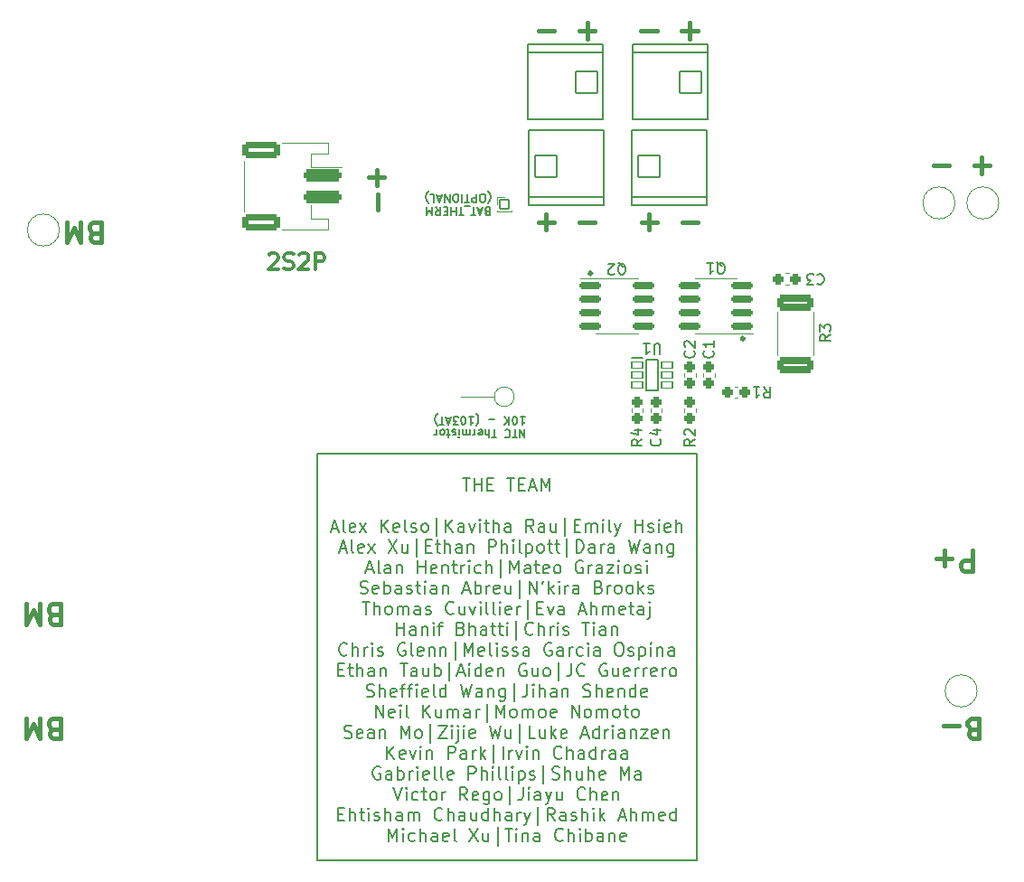
<source format=gto>
G04 #@! TF.GenerationSoftware,KiCad,Pcbnew,(6.0.5-0)*
G04 #@! TF.CreationDate,2023-03-07T01:11:42-05:00*
G04 #@! TF.ProjectId,batteryboard,62617474-6572-4796-926f-6172642e6b69,rev?*
G04 #@! TF.SameCoordinates,Original*
G04 #@! TF.FileFunction,Legend,Top*
G04 #@! TF.FilePolarity,Positive*
%FSLAX46Y46*%
G04 Gerber Fmt 4.6, Leading zero omitted, Abs format (unit mm)*
G04 Created by KiCad (PCBNEW (6.0.5-0)) date 2023-03-07 01:11:42*
%MOMM*%
%LPD*%
G01*
G04 APERTURE LIST*
G04 Aperture macros list*
%AMRoundRect*
0 Rectangle with rounded corners*
0 $1 Rounding radius*
0 $2 $3 $4 $5 $6 $7 $8 $9 X,Y pos of 4 corners*
0 Add a 4 corners polygon primitive as box body*
4,1,4,$2,$3,$4,$5,$6,$7,$8,$9,$2,$3,0*
0 Add four circle primitives for the rounded corners*
1,1,$1+$1,$2,$3*
1,1,$1+$1,$4,$5*
1,1,$1+$1,$6,$7*
1,1,$1+$1,$8,$9*
0 Add four rect primitives between the rounded corners*
20,1,$1+$1,$2,$3,$4,$5,0*
20,1,$1+$1,$4,$5,$6,$7,0*
20,1,$1+$1,$6,$7,$8,$9,0*
20,1,$1+$1,$8,$9,$2,$3,0*%
G04 Aperture macros list end*
%ADD10C,0.400000*%
%ADD11C,0.127000*%
%ADD12C,0.381000*%
%ADD13C,0.355000*%
%ADD14C,0.150000*%
%ADD15C,0.200000*%
%ADD16C,0.120000*%
%ADD17C,0.203200*%
%ADD18RoundRect,0.050800X0.500000X-0.300000X0.500000X0.300000X-0.500000X0.300000X-0.500000X-0.300000X0*%
%ADD19RoundRect,0.269550X-0.256250X0.218750X-0.256250X-0.218750X0.256250X-0.218750X0.256250X0.218750X0*%
%ADD20RoundRect,0.269550X0.218750X0.256250X-0.218750X0.256250X-0.218750X-0.256250X0.218750X-0.256250X0*%
%ADD21RoundRect,0.269550X0.256250X-0.218750X0.256250X0.218750X-0.256250X0.218750X-0.256250X-0.218750X0*%
%ADD22RoundRect,0.200800X-0.825000X-0.150000X0.825000X-0.150000X0.825000X0.150000X-0.825000X0.150000X0*%
%ADD23RoundRect,0.200800X0.825000X0.150000X-0.825000X0.150000X-0.825000X-0.150000X0.825000X-0.150000X0*%
%ADD24RoundRect,0.300800X1.425000X-0.425000X1.425000X0.425000X-1.425000X0.425000X-1.425000X-0.425000X0*%
%ADD25C,2.101600*%
%ADD26RoundRect,0.300800X-1.500000X0.250000X-1.500000X-0.250000X1.500000X-0.250000X1.500000X0.250000X0*%
%ADD27RoundRect,0.300801X-1.449999X0.499999X-1.449999X-0.499999X1.449999X-0.499999X1.449999X0.499999X0*%
%ADD28RoundRect,0.063500X1.016000X1.016000X-1.016000X1.016000X-1.016000X-1.016000X1.016000X-1.016000X0*%
%ADD29C,2.159000*%
%ADD30RoundRect,0.063500X-1.016000X-1.016000X1.016000X-1.016000X1.016000X1.016000X-1.016000X1.016000X0*%
%ADD31RoundRect,0.050800X-0.425000X-0.425000X0.425000X-0.425000X0.425000X0.425000X-0.425000X0.425000X0*%
%ADD32C,1.501600*%
%ADD33O,1.501600X1.501600*%
%ADD34C,4.601600*%
%ADD35C,1.671600*%
%ADD36C,3.901600*%
G04 APERTURE END LIST*
D10*
X123752922Y-88290400D02*
G75*
G03*
X123752922Y-88290400I-80322J0D01*
G01*
X109478122Y-82169000D02*
G75*
G03*
X109478122Y-82169000I-80322J0D01*
G01*
D11*
X83820000Y-99060000D02*
X119380000Y-99060000D01*
X119380000Y-99060000D02*
X119380000Y-137160000D01*
X119380000Y-137160000D02*
X83820000Y-137160000D01*
X83820000Y-137160000D02*
X83820000Y-99060000D01*
D12*
X59118500Y-124850071D02*
X58846357Y-124759357D01*
X58755642Y-124668642D01*
X58664928Y-124487214D01*
X58664928Y-124215071D01*
X58755642Y-124033642D01*
X58846357Y-123942928D01*
X59027785Y-123852214D01*
X59753500Y-123852214D01*
X59753500Y-125757214D01*
X59118500Y-125757214D01*
X58937071Y-125666500D01*
X58846357Y-125575785D01*
X58755642Y-125394357D01*
X58755642Y-125212928D01*
X58846357Y-125031500D01*
X58937071Y-124940785D01*
X59118500Y-124850071D01*
X59753500Y-124850071D01*
X57848500Y-123852214D02*
X57848500Y-125757214D01*
X57213500Y-124396500D01*
X56578500Y-125757214D01*
X56578500Y-123852214D01*
X145188214Y-124850071D02*
X144916071Y-124759357D01*
X144825357Y-124668642D01*
X144734642Y-124487214D01*
X144734642Y-124215071D01*
X144825357Y-124033642D01*
X144916071Y-123942928D01*
X145097500Y-123852214D01*
X145823214Y-123852214D01*
X145823214Y-125757214D01*
X145188214Y-125757214D01*
X145006785Y-125666500D01*
X144916071Y-125575785D01*
X144825357Y-125394357D01*
X144825357Y-125212928D01*
X144916071Y-125031500D01*
X145006785Y-124940785D01*
X145188214Y-124850071D01*
X145823214Y-124850071D01*
X143918214Y-124577928D02*
X142466785Y-124577928D01*
X145178214Y-108138214D02*
X145178214Y-110043214D01*
X144452500Y-110043214D01*
X144271071Y-109952500D01*
X144180357Y-109861785D01*
X144089642Y-109680357D01*
X144089642Y-109408214D01*
X144180357Y-109226785D01*
X144271071Y-109136071D01*
X144452500Y-109045357D01*
X145178214Y-109045357D01*
X143273214Y-108863928D02*
X141821785Y-108863928D01*
X142547500Y-108138214D02*
X142547500Y-109589642D01*
X62928500Y-78368071D02*
X62656357Y-78277357D01*
X62565642Y-78186642D01*
X62474928Y-78005214D01*
X62474928Y-77733071D01*
X62565642Y-77551642D01*
X62656357Y-77460928D01*
X62837785Y-77370214D01*
X63563500Y-77370214D01*
X63563500Y-79275214D01*
X62928500Y-79275214D01*
X62747071Y-79184500D01*
X62656357Y-79093785D01*
X62565642Y-78912357D01*
X62565642Y-78730928D01*
X62656357Y-78549500D01*
X62747071Y-78458785D01*
X62928500Y-78368071D01*
X63563500Y-78368071D01*
X61658500Y-77370214D02*
X61658500Y-79275214D01*
X61023500Y-77914500D01*
X60388500Y-79275214D01*
X60388500Y-77370214D01*
X104569285Y-59436071D02*
X106020714Y-59436071D01*
X108379285Y-59436071D02*
X109830714Y-59436071D01*
X109105000Y-60161785D02*
X109105000Y-58710357D01*
X89463928Y-74774285D02*
X89463928Y-76225714D01*
X90125714Y-73163928D02*
X88674285Y-73163928D01*
X89400000Y-72438214D02*
X89400000Y-73889642D01*
X114169285Y-59436071D02*
X115620714Y-59436071D01*
X117979285Y-59436071D02*
X119430714Y-59436071D01*
X118705000Y-60161785D02*
X118705000Y-58710357D01*
X119470714Y-77371928D02*
X118019285Y-77371928D01*
X115660714Y-77371928D02*
X114209285Y-77371928D01*
X114935000Y-76646214D02*
X114935000Y-78097642D01*
X109818714Y-77371928D02*
X108367285Y-77371928D01*
X106008714Y-77371928D02*
X104557285Y-77371928D01*
X105283000Y-76646214D02*
X105283000Y-78097642D01*
D11*
X103232857Y-96788695D02*
X103232857Y-97550695D01*
X102797428Y-96788695D01*
X102797428Y-97550695D01*
X102543428Y-97550695D02*
X102108000Y-97550695D01*
X102325714Y-96788695D02*
X102325714Y-97550695D01*
X101418571Y-96861267D02*
X101454857Y-96824981D01*
X101563714Y-96788695D01*
X101636285Y-96788695D01*
X101745142Y-96824981D01*
X101817714Y-96897552D01*
X101854000Y-96970124D01*
X101890285Y-97115267D01*
X101890285Y-97224124D01*
X101854000Y-97369267D01*
X101817714Y-97441838D01*
X101745142Y-97514410D01*
X101636285Y-97550695D01*
X101563714Y-97550695D01*
X101454857Y-97514410D01*
X101418571Y-97478124D01*
X100620285Y-97550695D02*
X100184857Y-97550695D01*
X100402571Y-96788695D02*
X100402571Y-97550695D01*
X99930857Y-96788695D02*
X99930857Y-97550695D01*
X99604285Y-96788695D02*
X99604285Y-97187838D01*
X99640571Y-97260410D01*
X99713142Y-97296695D01*
X99822000Y-97296695D01*
X99894571Y-97260410D01*
X99930857Y-97224124D01*
X98951142Y-96824981D02*
X99023714Y-96788695D01*
X99168857Y-96788695D01*
X99241428Y-96824981D01*
X99277714Y-96897552D01*
X99277714Y-97187838D01*
X99241428Y-97260410D01*
X99168857Y-97296695D01*
X99023714Y-97296695D01*
X98951142Y-97260410D01*
X98914857Y-97187838D01*
X98914857Y-97115267D01*
X99277714Y-97042695D01*
X98588285Y-96788695D02*
X98588285Y-97296695D01*
X98588285Y-97151552D02*
X98552000Y-97224124D01*
X98515714Y-97260410D01*
X98443142Y-97296695D01*
X98370571Y-97296695D01*
X98116571Y-96788695D02*
X98116571Y-97296695D01*
X98116571Y-97224124D02*
X98080285Y-97260410D01*
X98007714Y-97296695D01*
X97898857Y-97296695D01*
X97826285Y-97260410D01*
X97790000Y-97187838D01*
X97790000Y-96788695D01*
X97790000Y-97187838D02*
X97753714Y-97260410D01*
X97681142Y-97296695D01*
X97572285Y-97296695D01*
X97499714Y-97260410D01*
X97463428Y-97187838D01*
X97463428Y-96788695D01*
X97100571Y-96788695D02*
X97100571Y-97296695D01*
X97100571Y-97550695D02*
X97136857Y-97514410D01*
X97100571Y-97478124D01*
X97064285Y-97514410D01*
X97100571Y-97550695D01*
X97100571Y-97478124D01*
X96774000Y-96824981D02*
X96701428Y-96788695D01*
X96556285Y-96788695D01*
X96483714Y-96824981D01*
X96447428Y-96897552D01*
X96447428Y-96933838D01*
X96483714Y-97006410D01*
X96556285Y-97042695D01*
X96665142Y-97042695D01*
X96737714Y-97078981D01*
X96774000Y-97151552D01*
X96774000Y-97187838D01*
X96737714Y-97260410D01*
X96665142Y-97296695D01*
X96556285Y-97296695D01*
X96483714Y-97260410D01*
X96229714Y-97296695D02*
X95939428Y-97296695D01*
X96120857Y-97550695D02*
X96120857Y-96897552D01*
X96084571Y-96824981D01*
X96012000Y-96788695D01*
X95939428Y-96788695D01*
X95576571Y-96788695D02*
X95649142Y-96824981D01*
X95685428Y-96861267D01*
X95721714Y-96933838D01*
X95721714Y-97151552D01*
X95685428Y-97224124D01*
X95649142Y-97260410D01*
X95576571Y-97296695D01*
X95467714Y-97296695D01*
X95395142Y-97260410D01*
X95358857Y-97224124D01*
X95322571Y-97151552D01*
X95322571Y-96933838D01*
X95358857Y-96861267D01*
X95395142Y-96824981D01*
X95467714Y-96788695D01*
X95576571Y-96788695D01*
X94996000Y-96788695D02*
X94996000Y-97296695D01*
X94996000Y-97151552D02*
X94959714Y-97224124D01*
X94923428Y-97260410D01*
X94850857Y-97296695D01*
X94778285Y-97296695D01*
X102851857Y-95561875D02*
X103287285Y-95561875D01*
X103069571Y-95561875D02*
X103069571Y-96323875D01*
X103142142Y-96215018D01*
X103214714Y-96142447D01*
X103287285Y-96106161D01*
X102380142Y-96323875D02*
X102307571Y-96323875D01*
X102235000Y-96287590D01*
X102198714Y-96251304D01*
X102162428Y-96178732D01*
X102126142Y-96033590D01*
X102126142Y-95852161D01*
X102162428Y-95707018D01*
X102198714Y-95634447D01*
X102235000Y-95598161D01*
X102307571Y-95561875D01*
X102380142Y-95561875D01*
X102452714Y-95598161D01*
X102489000Y-95634447D01*
X102525285Y-95707018D01*
X102561571Y-95852161D01*
X102561571Y-96033590D01*
X102525285Y-96178732D01*
X102489000Y-96251304D01*
X102452714Y-96287590D01*
X102380142Y-96323875D01*
X101799571Y-95561875D02*
X101799571Y-96323875D01*
X101364142Y-95561875D02*
X101690714Y-95997304D01*
X101364142Y-96323875D02*
X101799571Y-95888447D01*
X100457000Y-95852161D02*
X99876428Y-95852161D01*
X98715285Y-95271590D02*
X98751571Y-95307875D01*
X98824142Y-95416732D01*
X98860428Y-95489304D01*
X98896714Y-95598161D01*
X98933000Y-95779590D01*
X98933000Y-95924732D01*
X98896714Y-96106161D01*
X98860428Y-96215018D01*
X98824142Y-96287590D01*
X98751571Y-96396447D01*
X98715285Y-96432732D01*
X98025857Y-95561875D02*
X98461285Y-95561875D01*
X98243571Y-95561875D02*
X98243571Y-96323875D01*
X98316142Y-96215018D01*
X98388714Y-96142447D01*
X98461285Y-96106161D01*
X97554142Y-96323875D02*
X97481571Y-96323875D01*
X97409000Y-96287590D01*
X97372714Y-96251304D01*
X97336428Y-96178732D01*
X97300142Y-96033590D01*
X97300142Y-95852161D01*
X97336428Y-95707018D01*
X97372714Y-95634447D01*
X97409000Y-95598161D01*
X97481571Y-95561875D01*
X97554142Y-95561875D01*
X97626714Y-95598161D01*
X97663000Y-95634447D01*
X97699285Y-95707018D01*
X97735571Y-95852161D01*
X97735571Y-96033590D01*
X97699285Y-96178732D01*
X97663000Y-96251304D01*
X97626714Y-96287590D01*
X97554142Y-96323875D01*
X97046142Y-96323875D02*
X96574428Y-96323875D01*
X96828428Y-96033590D01*
X96719571Y-96033590D01*
X96647000Y-95997304D01*
X96610714Y-95961018D01*
X96574428Y-95888447D01*
X96574428Y-95707018D01*
X96610714Y-95634447D01*
X96647000Y-95598161D01*
X96719571Y-95561875D01*
X96937285Y-95561875D01*
X97009857Y-95598161D01*
X97046142Y-95634447D01*
X96284142Y-95779590D02*
X95921285Y-95779590D01*
X96356714Y-95561875D02*
X96102714Y-96323875D01*
X95848714Y-95561875D01*
X95703571Y-96323875D02*
X95268142Y-96323875D01*
X95485857Y-95561875D02*
X95485857Y-96323875D01*
X95086714Y-95271590D02*
X95050428Y-95307875D01*
X94977857Y-95416732D01*
X94941571Y-95489304D01*
X94905285Y-95598161D01*
X94869000Y-95779590D01*
X94869000Y-95924732D01*
X94905285Y-96106161D01*
X94941571Y-96215018D01*
X94977857Y-96287590D01*
X95050428Y-96396447D01*
X95086714Y-96432732D01*
D13*
X79292857Y-80421428D02*
X79364285Y-80350000D01*
X79507142Y-80278571D01*
X79864285Y-80278571D01*
X80007142Y-80350000D01*
X80078571Y-80421428D01*
X80150000Y-80564285D01*
X80150000Y-80707142D01*
X80078571Y-80921428D01*
X79221428Y-81778571D01*
X80150000Y-81778571D01*
X80721428Y-81707142D02*
X80935714Y-81778571D01*
X81292857Y-81778571D01*
X81435714Y-81707142D01*
X81507142Y-81635714D01*
X81578571Y-81492857D01*
X81578571Y-81350000D01*
X81507142Y-81207142D01*
X81435714Y-81135714D01*
X81292857Y-81064285D01*
X81007142Y-80992857D01*
X80864285Y-80921428D01*
X80792857Y-80850000D01*
X80721428Y-80707142D01*
X80721428Y-80564285D01*
X80792857Y-80421428D01*
X80864285Y-80350000D01*
X81007142Y-80278571D01*
X81364285Y-80278571D01*
X81578571Y-80350000D01*
X82150000Y-80421428D02*
X82221428Y-80350000D01*
X82364285Y-80278571D01*
X82721428Y-80278571D01*
X82864285Y-80350000D01*
X82935714Y-80421428D01*
X83007142Y-80564285D01*
X83007142Y-80707142D01*
X82935714Y-80921428D01*
X82078571Y-81778571D01*
X83007142Y-81778571D01*
X83650000Y-81778571D02*
X83650000Y-80278571D01*
X84221428Y-80278571D01*
X84364285Y-80350000D01*
X84435714Y-80421428D01*
X84507142Y-80564285D01*
X84507142Y-80778571D01*
X84435714Y-80921428D01*
X84364285Y-80992857D01*
X84221428Y-81064285D01*
X83650000Y-81064285D01*
D11*
X99731285Y-76359838D02*
X99622428Y-76323552D01*
X99586142Y-76287267D01*
X99549857Y-76214695D01*
X99549857Y-76105838D01*
X99586142Y-76033267D01*
X99622428Y-75996981D01*
X99695000Y-75960695D01*
X99985285Y-75960695D01*
X99985285Y-76722695D01*
X99731285Y-76722695D01*
X99658714Y-76686410D01*
X99622428Y-76650124D01*
X99586142Y-76577552D01*
X99586142Y-76504981D01*
X99622428Y-76432410D01*
X99658714Y-76396124D01*
X99731285Y-76359838D01*
X99985285Y-76359838D01*
X99259571Y-76178410D02*
X98896714Y-76178410D01*
X99332142Y-75960695D02*
X99078142Y-76722695D01*
X98824142Y-75960695D01*
X98679000Y-76722695D02*
X98243571Y-76722695D01*
X98461285Y-75960695D02*
X98461285Y-76722695D01*
X98171000Y-75888124D02*
X97590428Y-75888124D01*
X97517857Y-76722695D02*
X97082428Y-76722695D01*
X97300142Y-75960695D02*
X97300142Y-76722695D01*
X96828428Y-75960695D02*
X96828428Y-76722695D01*
X96828428Y-76359838D02*
X96393000Y-76359838D01*
X96393000Y-75960695D02*
X96393000Y-76722695D01*
X96030142Y-76359838D02*
X95776142Y-76359838D01*
X95667285Y-75960695D02*
X96030142Y-75960695D01*
X96030142Y-76722695D01*
X95667285Y-76722695D01*
X94905285Y-75960695D02*
X95159285Y-76323552D01*
X95340714Y-75960695D02*
X95340714Y-76722695D01*
X95050428Y-76722695D01*
X94977857Y-76686410D01*
X94941571Y-76650124D01*
X94905285Y-76577552D01*
X94905285Y-76468695D01*
X94941571Y-76396124D01*
X94977857Y-76359838D01*
X95050428Y-76323552D01*
X95340714Y-76323552D01*
X94578714Y-75960695D02*
X94578714Y-76722695D01*
X94324714Y-76178410D01*
X94070714Y-76722695D01*
X94070714Y-75960695D01*
X99822000Y-74443590D02*
X99858285Y-74479875D01*
X99930857Y-74588732D01*
X99967142Y-74661304D01*
X100003428Y-74770161D01*
X100039714Y-74951590D01*
X100039714Y-75096732D01*
X100003428Y-75278161D01*
X99967142Y-75387018D01*
X99930857Y-75459590D01*
X99858285Y-75568447D01*
X99822000Y-75604732D01*
X99386571Y-75495875D02*
X99241428Y-75495875D01*
X99168857Y-75459590D01*
X99096285Y-75387018D01*
X99060000Y-75241875D01*
X99060000Y-74987875D01*
X99096285Y-74842732D01*
X99168857Y-74770161D01*
X99241428Y-74733875D01*
X99386571Y-74733875D01*
X99459142Y-74770161D01*
X99531714Y-74842732D01*
X99568000Y-74987875D01*
X99568000Y-75241875D01*
X99531714Y-75387018D01*
X99459142Y-75459590D01*
X99386571Y-75495875D01*
X98733428Y-74733875D02*
X98733428Y-75495875D01*
X98443142Y-75495875D01*
X98370571Y-75459590D01*
X98334285Y-75423304D01*
X98298000Y-75350732D01*
X98298000Y-75241875D01*
X98334285Y-75169304D01*
X98370571Y-75133018D01*
X98443142Y-75096732D01*
X98733428Y-75096732D01*
X98080285Y-75495875D02*
X97644857Y-75495875D01*
X97862571Y-74733875D02*
X97862571Y-75495875D01*
X97390857Y-74733875D02*
X97390857Y-75495875D01*
X96882857Y-75495875D02*
X96737714Y-75495875D01*
X96665142Y-75459590D01*
X96592571Y-75387018D01*
X96556285Y-75241875D01*
X96556285Y-74987875D01*
X96592571Y-74842732D01*
X96665142Y-74770161D01*
X96737714Y-74733875D01*
X96882857Y-74733875D01*
X96955428Y-74770161D01*
X97028000Y-74842732D01*
X97064285Y-74987875D01*
X97064285Y-75241875D01*
X97028000Y-75387018D01*
X96955428Y-75459590D01*
X96882857Y-75495875D01*
X96229714Y-74733875D02*
X96229714Y-75495875D01*
X95794285Y-74733875D01*
X95794285Y-75495875D01*
X95467714Y-74951590D02*
X95104857Y-74951590D01*
X95540285Y-74733875D02*
X95286285Y-75495875D01*
X95032285Y-74733875D01*
X94415428Y-74733875D02*
X94778285Y-74733875D01*
X94778285Y-75495875D01*
X94234000Y-74443590D02*
X94197714Y-74479875D01*
X94125142Y-74588732D01*
X94088857Y-74661304D01*
X94052571Y-74770161D01*
X94016285Y-74951590D01*
X94016285Y-75096732D01*
X94052571Y-75278161D01*
X94088857Y-75387018D01*
X94125142Y-75459590D01*
X94197714Y-75568447D01*
X94234000Y-75604732D01*
D12*
X141534605Y-72056171D02*
X142986034Y-72056171D01*
X145344605Y-72056171D02*
X146796034Y-72056171D01*
X146070320Y-72781885D02*
X146070320Y-71330457D01*
D14*
X97428571Y-101334857D02*
X98114285Y-101334857D01*
X97771428Y-102534857D02*
X97771428Y-101334857D01*
X98514285Y-102534857D02*
X98514285Y-101334857D01*
X98514285Y-101906285D02*
X99200000Y-101906285D01*
X99200000Y-102534857D02*
X99200000Y-101334857D01*
X99771428Y-101906285D02*
X100171428Y-101906285D01*
X100342857Y-102534857D02*
X99771428Y-102534857D01*
X99771428Y-101334857D01*
X100342857Y-101334857D01*
X101600000Y-101334857D02*
X102285714Y-101334857D01*
X101942857Y-102534857D02*
X101942857Y-101334857D01*
X102685714Y-101906285D02*
X103085714Y-101906285D01*
X103257142Y-102534857D02*
X102685714Y-102534857D01*
X102685714Y-101334857D01*
X103257142Y-101334857D01*
X103714285Y-102192000D02*
X104285714Y-102192000D01*
X103600000Y-102534857D02*
X104000000Y-101334857D01*
X104400000Y-102534857D01*
X104800000Y-102534857D02*
X104800000Y-101334857D01*
X105200000Y-102192000D01*
X105600000Y-101334857D01*
X105600000Y-102534857D01*
X85171428Y-106056000D02*
X85742857Y-106056000D01*
X85057142Y-106398857D02*
X85457142Y-105198857D01*
X85857142Y-106398857D01*
X86428571Y-106398857D02*
X86314285Y-106341714D01*
X86257142Y-106227428D01*
X86257142Y-105198857D01*
X87342857Y-106341714D02*
X87228571Y-106398857D01*
X87000000Y-106398857D01*
X86885714Y-106341714D01*
X86828571Y-106227428D01*
X86828571Y-105770285D01*
X86885714Y-105656000D01*
X87000000Y-105598857D01*
X87228571Y-105598857D01*
X87342857Y-105656000D01*
X87400000Y-105770285D01*
X87400000Y-105884571D01*
X86828571Y-105998857D01*
X87800000Y-106398857D02*
X88428571Y-105598857D01*
X87800000Y-105598857D02*
X88428571Y-106398857D01*
X89800000Y-106398857D02*
X89800000Y-105198857D01*
X90485714Y-106398857D02*
X89971428Y-105713142D01*
X90485714Y-105198857D02*
X89800000Y-105884571D01*
X91457142Y-106341714D02*
X91342857Y-106398857D01*
X91114285Y-106398857D01*
X91000000Y-106341714D01*
X90942857Y-106227428D01*
X90942857Y-105770285D01*
X91000000Y-105656000D01*
X91114285Y-105598857D01*
X91342857Y-105598857D01*
X91457142Y-105656000D01*
X91514285Y-105770285D01*
X91514285Y-105884571D01*
X90942857Y-105998857D01*
X92200000Y-106398857D02*
X92085714Y-106341714D01*
X92028571Y-106227428D01*
X92028571Y-105198857D01*
X92600000Y-106341714D02*
X92714285Y-106398857D01*
X92942857Y-106398857D01*
X93057142Y-106341714D01*
X93114285Y-106227428D01*
X93114285Y-106170285D01*
X93057142Y-106056000D01*
X92942857Y-105998857D01*
X92771428Y-105998857D01*
X92657142Y-105941714D01*
X92600000Y-105827428D01*
X92600000Y-105770285D01*
X92657142Y-105656000D01*
X92771428Y-105598857D01*
X92942857Y-105598857D01*
X93057142Y-105656000D01*
X93800000Y-106398857D02*
X93685714Y-106341714D01*
X93628571Y-106284571D01*
X93571428Y-106170285D01*
X93571428Y-105827428D01*
X93628571Y-105713142D01*
X93685714Y-105656000D01*
X93800000Y-105598857D01*
X93971428Y-105598857D01*
X94085714Y-105656000D01*
X94142857Y-105713142D01*
X94200000Y-105827428D01*
X94200000Y-106170285D01*
X94142857Y-106284571D01*
X94085714Y-106341714D01*
X93971428Y-106398857D01*
X93800000Y-106398857D01*
X95000000Y-106798857D02*
X95000000Y-105084571D01*
X95857142Y-106398857D02*
X95857142Y-105198857D01*
X96542857Y-106398857D02*
X96028571Y-105713142D01*
X96542857Y-105198857D02*
X95857142Y-105884571D01*
X97571428Y-106398857D02*
X97571428Y-105770285D01*
X97514285Y-105656000D01*
X97400000Y-105598857D01*
X97171428Y-105598857D01*
X97057142Y-105656000D01*
X97571428Y-106341714D02*
X97457142Y-106398857D01*
X97171428Y-106398857D01*
X97057142Y-106341714D01*
X97000000Y-106227428D01*
X97000000Y-106113142D01*
X97057142Y-105998857D01*
X97171428Y-105941714D01*
X97457142Y-105941714D01*
X97571428Y-105884571D01*
X98028571Y-105598857D02*
X98314285Y-106398857D01*
X98600000Y-105598857D01*
X99057142Y-106398857D02*
X99057142Y-105598857D01*
X99057142Y-105198857D02*
X99000000Y-105256000D01*
X99057142Y-105313142D01*
X99114285Y-105256000D01*
X99057142Y-105198857D01*
X99057142Y-105313142D01*
X99457142Y-105598857D02*
X99914285Y-105598857D01*
X99628571Y-105198857D02*
X99628571Y-106227428D01*
X99685714Y-106341714D01*
X99800000Y-106398857D01*
X99914285Y-106398857D01*
X100314285Y-106398857D02*
X100314285Y-105198857D01*
X100828571Y-106398857D02*
X100828571Y-105770285D01*
X100771428Y-105656000D01*
X100657142Y-105598857D01*
X100485714Y-105598857D01*
X100371428Y-105656000D01*
X100314285Y-105713142D01*
X101914285Y-106398857D02*
X101914285Y-105770285D01*
X101857142Y-105656000D01*
X101742857Y-105598857D01*
X101514285Y-105598857D01*
X101400000Y-105656000D01*
X101914285Y-106341714D02*
X101800000Y-106398857D01*
X101514285Y-106398857D01*
X101400000Y-106341714D01*
X101342857Y-106227428D01*
X101342857Y-106113142D01*
X101400000Y-105998857D01*
X101514285Y-105941714D01*
X101800000Y-105941714D01*
X101914285Y-105884571D01*
X104085714Y-106398857D02*
X103685714Y-105827428D01*
X103400000Y-106398857D02*
X103400000Y-105198857D01*
X103857142Y-105198857D01*
X103971428Y-105256000D01*
X104028571Y-105313142D01*
X104085714Y-105427428D01*
X104085714Y-105598857D01*
X104028571Y-105713142D01*
X103971428Y-105770285D01*
X103857142Y-105827428D01*
X103400000Y-105827428D01*
X105114285Y-106398857D02*
X105114285Y-105770285D01*
X105057142Y-105656000D01*
X104942857Y-105598857D01*
X104714285Y-105598857D01*
X104600000Y-105656000D01*
X105114285Y-106341714D02*
X105000000Y-106398857D01*
X104714285Y-106398857D01*
X104600000Y-106341714D01*
X104542857Y-106227428D01*
X104542857Y-106113142D01*
X104600000Y-105998857D01*
X104714285Y-105941714D01*
X105000000Y-105941714D01*
X105114285Y-105884571D01*
X106200000Y-105598857D02*
X106200000Y-106398857D01*
X105685714Y-105598857D02*
X105685714Y-106227428D01*
X105742857Y-106341714D01*
X105857142Y-106398857D01*
X106028571Y-106398857D01*
X106142857Y-106341714D01*
X106200000Y-106284571D01*
X107057142Y-106798857D02*
X107057142Y-105084571D01*
X107914285Y-105770285D02*
X108314285Y-105770285D01*
X108485714Y-106398857D02*
X107914285Y-106398857D01*
X107914285Y-105198857D01*
X108485714Y-105198857D01*
X109000000Y-106398857D02*
X109000000Y-105598857D01*
X109000000Y-105713142D02*
X109057142Y-105656000D01*
X109171428Y-105598857D01*
X109342857Y-105598857D01*
X109457142Y-105656000D01*
X109514285Y-105770285D01*
X109514285Y-106398857D01*
X109514285Y-105770285D02*
X109571428Y-105656000D01*
X109685714Y-105598857D01*
X109857142Y-105598857D01*
X109971428Y-105656000D01*
X110028571Y-105770285D01*
X110028571Y-106398857D01*
X110600000Y-106398857D02*
X110600000Y-105598857D01*
X110600000Y-105198857D02*
X110542857Y-105256000D01*
X110600000Y-105313142D01*
X110657142Y-105256000D01*
X110600000Y-105198857D01*
X110600000Y-105313142D01*
X111342857Y-106398857D02*
X111228571Y-106341714D01*
X111171428Y-106227428D01*
X111171428Y-105198857D01*
X111685714Y-105598857D02*
X111971428Y-106398857D01*
X112257142Y-105598857D02*
X111971428Y-106398857D01*
X111857142Y-106684571D01*
X111800000Y-106741714D01*
X111685714Y-106798857D01*
X113628571Y-106398857D02*
X113628571Y-105198857D01*
X113628571Y-105770285D02*
X114314285Y-105770285D01*
X114314285Y-106398857D02*
X114314285Y-105198857D01*
X114828571Y-106341714D02*
X114942857Y-106398857D01*
X115171428Y-106398857D01*
X115285714Y-106341714D01*
X115342857Y-106227428D01*
X115342857Y-106170285D01*
X115285714Y-106056000D01*
X115171428Y-105998857D01*
X115000000Y-105998857D01*
X114885714Y-105941714D01*
X114828571Y-105827428D01*
X114828571Y-105770285D01*
X114885714Y-105656000D01*
X115000000Y-105598857D01*
X115171428Y-105598857D01*
X115285714Y-105656000D01*
X115857142Y-106398857D02*
X115857142Y-105598857D01*
X115857142Y-105198857D02*
X115800000Y-105256000D01*
X115857142Y-105313142D01*
X115914285Y-105256000D01*
X115857142Y-105198857D01*
X115857142Y-105313142D01*
X116885714Y-106341714D02*
X116771428Y-106398857D01*
X116542857Y-106398857D01*
X116428571Y-106341714D01*
X116371428Y-106227428D01*
X116371428Y-105770285D01*
X116428571Y-105656000D01*
X116542857Y-105598857D01*
X116771428Y-105598857D01*
X116885714Y-105656000D01*
X116942857Y-105770285D01*
X116942857Y-105884571D01*
X116371428Y-105998857D01*
X117457142Y-106398857D02*
X117457142Y-105198857D01*
X117971428Y-106398857D02*
X117971428Y-105770285D01*
X117914285Y-105656000D01*
X117800000Y-105598857D01*
X117628571Y-105598857D01*
X117514285Y-105656000D01*
X117457142Y-105713142D01*
X85971428Y-107988000D02*
X86542857Y-107988000D01*
X85857142Y-108330857D02*
X86257142Y-107130857D01*
X86657142Y-108330857D01*
X87228571Y-108330857D02*
X87114285Y-108273714D01*
X87057142Y-108159428D01*
X87057142Y-107130857D01*
X88142857Y-108273714D02*
X88028571Y-108330857D01*
X87799999Y-108330857D01*
X87685714Y-108273714D01*
X87628571Y-108159428D01*
X87628571Y-107702285D01*
X87685714Y-107588000D01*
X87799999Y-107530857D01*
X88028571Y-107530857D01*
X88142857Y-107588000D01*
X88199999Y-107702285D01*
X88199999Y-107816571D01*
X87628571Y-107930857D01*
X88599999Y-108330857D02*
X89228571Y-107530857D01*
X88599999Y-107530857D02*
X89228571Y-108330857D01*
X90485714Y-107130857D02*
X91285714Y-108330857D01*
X91285714Y-107130857D02*
X90485714Y-108330857D01*
X92257142Y-107530857D02*
X92257142Y-108330857D01*
X91742857Y-107530857D02*
X91742857Y-108159428D01*
X91799999Y-108273714D01*
X91914285Y-108330857D01*
X92085714Y-108330857D01*
X92199999Y-108273714D01*
X92257142Y-108216571D01*
X93114285Y-108730857D02*
X93114285Y-107016571D01*
X93971428Y-107702285D02*
X94371428Y-107702285D01*
X94542857Y-108330857D02*
X93971428Y-108330857D01*
X93971428Y-107130857D01*
X94542857Y-107130857D01*
X94885714Y-107530857D02*
X95342857Y-107530857D01*
X95057142Y-107130857D02*
X95057142Y-108159428D01*
X95114285Y-108273714D01*
X95228571Y-108330857D01*
X95342857Y-108330857D01*
X95742857Y-108330857D02*
X95742857Y-107130857D01*
X96257142Y-108330857D02*
X96257142Y-107702285D01*
X96199999Y-107588000D01*
X96085714Y-107530857D01*
X95914285Y-107530857D01*
X95799999Y-107588000D01*
X95742857Y-107645142D01*
X97342857Y-108330857D02*
X97342857Y-107702285D01*
X97285714Y-107588000D01*
X97171428Y-107530857D01*
X96942857Y-107530857D01*
X96828571Y-107588000D01*
X97342857Y-108273714D02*
X97228571Y-108330857D01*
X96942857Y-108330857D01*
X96828571Y-108273714D01*
X96771428Y-108159428D01*
X96771428Y-108045142D01*
X96828571Y-107930857D01*
X96942857Y-107873714D01*
X97228571Y-107873714D01*
X97342857Y-107816571D01*
X97914285Y-107530857D02*
X97914285Y-108330857D01*
X97914285Y-107645142D02*
X97971428Y-107588000D01*
X98085714Y-107530857D01*
X98257142Y-107530857D01*
X98371428Y-107588000D01*
X98428571Y-107702285D01*
X98428571Y-108330857D01*
X99914285Y-108330857D02*
X99914285Y-107130857D01*
X100371428Y-107130857D01*
X100485714Y-107188000D01*
X100542857Y-107245142D01*
X100599999Y-107359428D01*
X100599999Y-107530857D01*
X100542857Y-107645142D01*
X100485714Y-107702285D01*
X100371428Y-107759428D01*
X99914285Y-107759428D01*
X101114285Y-108330857D02*
X101114285Y-107130857D01*
X101628571Y-108330857D02*
X101628571Y-107702285D01*
X101571428Y-107588000D01*
X101457142Y-107530857D01*
X101285714Y-107530857D01*
X101171428Y-107588000D01*
X101114285Y-107645142D01*
X102199999Y-108330857D02*
X102199999Y-107530857D01*
X102199999Y-107130857D02*
X102142857Y-107188000D01*
X102199999Y-107245142D01*
X102257142Y-107188000D01*
X102199999Y-107130857D01*
X102199999Y-107245142D01*
X102942857Y-108330857D02*
X102828571Y-108273714D01*
X102771428Y-108159428D01*
X102771428Y-107130857D01*
X103399999Y-107530857D02*
X103399999Y-108730857D01*
X103399999Y-107588000D02*
X103514285Y-107530857D01*
X103742857Y-107530857D01*
X103857142Y-107588000D01*
X103914285Y-107645142D01*
X103971428Y-107759428D01*
X103971428Y-108102285D01*
X103914285Y-108216571D01*
X103857142Y-108273714D01*
X103742857Y-108330857D01*
X103514285Y-108330857D01*
X103399999Y-108273714D01*
X104657142Y-108330857D02*
X104542857Y-108273714D01*
X104485714Y-108216571D01*
X104428571Y-108102285D01*
X104428571Y-107759428D01*
X104485714Y-107645142D01*
X104542857Y-107588000D01*
X104657142Y-107530857D01*
X104828571Y-107530857D01*
X104942857Y-107588000D01*
X104999999Y-107645142D01*
X105057142Y-107759428D01*
X105057142Y-108102285D01*
X104999999Y-108216571D01*
X104942857Y-108273714D01*
X104828571Y-108330857D01*
X104657142Y-108330857D01*
X105399999Y-107530857D02*
X105857142Y-107530857D01*
X105571428Y-107130857D02*
X105571428Y-108159428D01*
X105628571Y-108273714D01*
X105742857Y-108330857D01*
X105857142Y-108330857D01*
X106085714Y-107530857D02*
X106542857Y-107530857D01*
X106257142Y-107130857D02*
X106257142Y-108159428D01*
X106314285Y-108273714D01*
X106428571Y-108330857D01*
X106542857Y-108330857D01*
X107228571Y-108730857D02*
X107228571Y-107016571D01*
X108085714Y-108330857D02*
X108085714Y-107130857D01*
X108371428Y-107130857D01*
X108542857Y-107188000D01*
X108657142Y-107302285D01*
X108714285Y-107416571D01*
X108771428Y-107645142D01*
X108771428Y-107816571D01*
X108714285Y-108045142D01*
X108657142Y-108159428D01*
X108542857Y-108273714D01*
X108371428Y-108330857D01*
X108085714Y-108330857D01*
X109800000Y-108330857D02*
X109800000Y-107702285D01*
X109742857Y-107588000D01*
X109628571Y-107530857D01*
X109400000Y-107530857D01*
X109285714Y-107588000D01*
X109800000Y-108273714D02*
X109685714Y-108330857D01*
X109400000Y-108330857D01*
X109285714Y-108273714D01*
X109228571Y-108159428D01*
X109228571Y-108045142D01*
X109285714Y-107930857D01*
X109400000Y-107873714D01*
X109685714Y-107873714D01*
X109800000Y-107816571D01*
X110371428Y-108330857D02*
X110371428Y-107530857D01*
X110371428Y-107759428D02*
X110428571Y-107645142D01*
X110485714Y-107588000D01*
X110600000Y-107530857D01*
X110714285Y-107530857D01*
X111628571Y-108330857D02*
X111628571Y-107702285D01*
X111571428Y-107588000D01*
X111457142Y-107530857D01*
X111228571Y-107530857D01*
X111114285Y-107588000D01*
X111628571Y-108273714D02*
X111514285Y-108330857D01*
X111228571Y-108330857D01*
X111114285Y-108273714D01*
X111057142Y-108159428D01*
X111057142Y-108045142D01*
X111114285Y-107930857D01*
X111228571Y-107873714D01*
X111514285Y-107873714D01*
X111628571Y-107816571D01*
X113000000Y-107130857D02*
X113285714Y-108330857D01*
X113514285Y-107473714D01*
X113742857Y-108330857D01*
X114028571Y-107130857D01*
X115000000Y-108330857D02*
X115000000Y-107702285D01*
X114942857Y-107588000D01*
X114828571Y-107530857D01*
X114600000Y-107530857D01*
X114485714Y-107588000D01*
X115000000Y-108273714D02*
X114885714Y-108330857D01*
X114600000Y-108330857D01*
X114485714Y-108273714D01*
X114428571Y-108159428D01*
X114428571Y-108045142D01*
X114485714Y-107930857D01*
X114600000Y-107873714D01*
X114885714Y-107873714D01*
X115000000Y-107816571D01*
X115571428Y-107530857D02*
X115571428Y-108330857D01*
X115571428Y-107645142D02*
X115628571Y-107588000D01*
X115742857Y-107530857D01*
X115914285Y-107530857D01*
X116028571Y-107588000D01*
X116085714Y-107702285D01*
X116085714Y-108330857D01*
X117171428Y-107530857D02*
X117171428Y-108502285D01*
X117114285Y-108616571D01*
X117057142Y-108673714D01*
X116942857Y-108730857D01*
X116771428Y-108730857D01*
X116657142Y-108673714D01*
X117171428Y-108273714D02*
X117057142Y-108330857D01*
X116828571Y-108330857D01*
X116714285Y-108273714D01*
X116657142Y-108216571D01*
X116600000Y-108102285D01*
X116600000Y-107759428D01*
X116657142Y-107645142D01*
X116714285Y-107588000D01*
X116828571Y-107530857D01*
X117057142Y-107530857D01*
X117171428Y-107588000D01*
X88457142Y-109920000D02*
X89028571Y-109920000D01*
X88342857Y-110262857D02*
X88742857Y-109062857D01*
X89142857Y-110262857D01*
X89714285Y-110262857D02*
X89600000Y-110205714D01*
X89542857Y-110091428D01*
X89542857Y-109062857D01*
X90685714Y-110262857D02*
X90685714Y-109634285D01*
X90628571Y-109520000D01*
X90514285Y-109462857D01*
X90285714Y-109462857D01*
X90171428Y-109520000D01*
X90685714Y-110205714D02*
X90571428Y-110262857D01*
X90285714Y-110262857D01*
X90171428Y-110205714D01*
X90114285Y-110091428D01*
X90114285Y-109977142D01*
X90171428Y-109862857D01*
X90285714Y-109805714D01*
X90571428Y-109805714D01*
X90685714Y-109748571D01*
X91257142Y-109462857D02*
X91257142Y-110262857D01*
X91257142Y-109577142D02*
X91314285Y-109520000D01*
X91428571Y-109462857D01*
X91600000Y-109462857D01*
X91714285Y-109520000D01*
X91771428Y-109634285D01*
X91771428Y-110262857D01*
X93257142Y-110262857D02*
X93257142Y-109062857D01*
X93257142Y-109634285D02*
X93942857Y-109634285D01*
X93942857Y-110262857D02*
X93942857Y-109062857D01*
X94971428Y-110205714D02*
X94857142Y-110262857D01*
X94628571Y-110262857D01*
X94514285Y-110205714D01*
X94457142Y-110091428D01*
X94457142Y-109634285D01*
X94514285Y-109520000D01*
X94628571Y-109462857D01*
X94857142Y-109462857D01*
X94971428Y-109520000D01*
X95028571Y-109634285D01*
X95028571Y-109748571D01*
X94457142Y-109862857D01*
X95542857Y-109462857D02*
X95542857Y-110262857D01*
X95542857Y-109577142D02*
X95600000Y-109520000D01*
X95714285Y-109462857D01*
X95885714Y-109462857D01*
X96000000Y-109520000D01*
X96057142Y-109634285D01*
X96057142Y-110262857D01*
X96457142Y-109462857D02*
X96914285Y-109462857D01*
X96628571Y-109062857D02*
X96628571Y-110091428D01*
X96685714Y-110205714D01*
X96800000Y-110262857D01*
X96914285Y-110262857D01*
X97314285Y-110262857D02*
X97314285Y-109462857D01*
X97314285Y-109691428D02*
X97371428Y-109577142D01*
X97428571Y-109520000D01*
X97542857Y-109462857D01*
X97657142Y-109462857D01*
X98057142Y-110262857D02*
X98057142Y-109462857D01*
X98057142Y-109062857D02*
X98000000Y-109120000D01*
X98057142Y-109177142D01*
X98114285Y-109120000D01*
X98057142Y-109062857D01*
X98057142Y-109177142D01*
X99142857Y-110205714D02*
X99028571Y-110262857D01*
X98800000Y-110262857D01*
X98685714Y-110205714D01*
X98628571Y-110148571D01*
X98571428Y-110034285D01*
X98571428Y-109691428D01*
X98628571Y-109577142D01*
X98685714Y-109520000D01*
X98800000Y-109462857D01*
X99028571Y-109462857D01*
X99142857Y-109520000D01*
X99657142Y-110262857D02*
X99657142Y-109062857D01*
X100171428Y-110262857D02*
X100171428Y-109634285D01*
X100114285Y-109520000D01*
X100000000Y-109462857D01*
X99828571Y-109462857D01*
X99714285Y-109520000D01*
X99657142Y-109577142D01*
X101028571Y-110662857D02*
X101028571Y-108948571D01*
X101885714Y-110262857D02*
X101885714Y-109062857D01*
X102285714Y-109920000D01*
X102685714Y-109062857D01*
X102685714Y-110262857D01*
X103771428Y-110262857D02*
X103771428Y-109634285D01*
X103714285Y-109520000D01*
X103600000Y-109462857D01*
X103371428Y-109462857D01*
X103257142Y-109520000D01*
X103771428Y-110205714D02*
X103657142Y-110262857D01*
X103371428Y-110262857D01*
X103257142Y-110205714D01*
X103200000Y-110091428D01*
X103200000Y-109977142D01*
X103257142Y-109862857D01*
X103371428Y-109805714D01*
X103657142Y-109805714D01*
X103771428Y-109748571D01*
X104171428Y-109462857D02*
X104628571Y-109462857D01*
X104342857Y-109062857D02*
X104342857Y-110091428D01*
X104400000Y-110205714D01*
X104514285Y-110262857D01*
X104628571Y-110262857D01*
X105485714Y-110205714D02*
X105371428Y-110262857D01*
X105142857Y-110262857D01*
X105028571Y-110205714D01*
X104971428Y-110091428D01*
X104971428Y-109634285D01*
X105028571Y-109520000D01*
X105142857Y-109462857D01*
X105371428Y-109462857D01*
X105485714Y-109520000D01*
X105542857Y-109634285D01*
X105542857Y-109748571D01*
X104971428Y-109862857D01*
X106228571Y-110262857D02*
X106114285Y-110205714D01*
X106057142Y-110148571D01*
X106000000Y-110034285D01*
X106000000Y-109691428D01*
X106057142Y-109577142D01*
X106114285Y-109520000D01*
X106228571Y-109462857D01*
X106400000Y-109462857D01*
X106514285Y-109520000D01*
X106571428Y-109577142D01*
X106628571Y-109691428D01*
X106628571Y-110034285D01*
X106571428Y-110148571D01*
X106514285Y-110205714D01*
X106400000Y-110262857D01*
X106228571Y-110262857D01*
X108685714Y-109120000D02*
X108571428Y-109062857D01*
X108400000Y-109062857D01*
X108228571Y-109120000D01*
X108114285Y-109234285D01*
X108057142Y-109348571D01*
X108000000Y-109577142D01*
X108000000Y-109748571D01*
X108057142Y-109977142D01*
X108114285Y-110091428D01*
X108228571Y-110205714D01*
X108400000Y-110262857D01*
X108514285Y-110262857D01*
X108685714Y-110205714D01*
X108742857Y-110148571D01*
X108742857Y-109748571D01*
X108514285Y-109748571D01*
X109257142Y-110262857D02*
X109257142Y-109462857D01*
X109257142Y-109691428D02*
X109314285Y-109577142D01*
X109371428Y-109520000D01*
X109485714Y-109462857D01*
X109600000Y-109462857D01*
X110514285Y-110262857D02*
X110514285Y-109634285D01*
X110457142Y-109520000D01*
X110342857Y-109462857D01*
X110114285Y-109462857D01*
X110000000Y-109520000D01*
X110514285Y-110205714D02*
X110400000Y-110262857D01*
X110114285Y-110262857D01*
X110000000Y-110205714D01*
X109942857Y-110091428D01*
X109942857Y-109977142D01*
X110000000Y-109862857D01*
X110114285Y-109805714D01*
X110400000Y-109805714D01*
X110514285Y-109748571D01*
X110971428Y-109462857D02*
X111600000Y-109462857D01*
X110971428Y-110262857D01*
X111600000Y-110262857D01*
X112057142Y-110262857D02*
X112057142Y-109462857D01*
X112057142Y-109062857D02*
X112000000Y-109120000D01*
X112057142Y-109177142D01*
X112114285Y-109120000D01*
X112057142Y-109062857D01*
X112057142Y-109177142D01*
X112800000Y-110262857D02*
X112685714Y-110205714D01*
X112628571Y-110148571D01*
X112571428Y-110034285D01*
X112571428Y-109691428D01*
X112628571Y-109577142D01*
X112685714Y-109520000D01*
X112800000Y-109462857D01*
X112971428Y-109462857D01*
X113085714Y-109520000D01*
X113142857Y-109577142D01*
X113200000Y-109691428D01*
X113200000Y-110034285D01*
X113142857Y-110148571D01*
X113085714Y-110205714D01*
X112971428Y-110262857D01*
X112800000Y-110262857D01*
X113657142Y-110205714D02*
X113771428Y-110262857D01*
X114000000Y-110262857D01*
X114114285Y-110205714D01*
X114171428Y-110091428D01*
X114171428Y-110034285D01*
X114114285Y-109920000D01*
X114000000Y-109862857D01*
X113828571Y-109862857D01*
X113714285Y-109805714D01*
X113657142Y-109691428D01*
X113657142Y-109634285D01*
X113714285Y-109520000D01*
X113828571Y-109462857D01*
X114000000Y-109462857D01*
X114114285Y-109520000D01*
X114685714Y-110262857D02*
X114685714Y-109462857D01*
X114685714Y-109062857D02*
X114628571Y-109120000D01*
X114685714Y-109177142D01*
X114742857Y-109120000D01*
X114685714Y-109062857D01*
X114685714Y-109177142D01*
X87857142Y-112137714D02*
X88028571Y-112194857D01*
X88314285Y-112194857D01*
X88428571Y-112137714D01*
X88485714Y-112080571D01*
X88542857Y-111966285D01*
X88542857Y-111852000D01*
X88485714Y-111737714D01*
X88428571Y-111680571D01*
X88314285Y-111623428D01*
X88085714Y-111566285D01*
X87971428Y-111509142D01*
X87914285Y-111452000D01*
X87857142Y-111337714D01*
X87857142Y-111223428D01*
X87914285Y-111109142D01*
X87971428Y-111052000D01*
X88085714Y-110994857D01*
X88371428Y-110994857D01*
X88542857Y-111052000D01*
X89514285Y-112137714D02*
X89400000Y-112194857D01*
X89171428Y-112194857D01*
X89057142Y-112137714D01*
X89000000Y-112023428D01*
X89000000Y-111566285D01*
X89057142Y-111452000D01*
X89171428Y-111394857D01*
X89400000Y-111394857D01*
X89514285Y-111452000D01*
X89571428Y-111566285D01*
X89571428Y-111680571D01*
X89000000Y-111794857D01*
X90085714Y-112194857D02*
X90085714Y-110994857D01*
X90085714Y-111452000D02*
X90200000Y-111394857D01*
X90428571Y-111394857D01*
X90542857Y-111452000D01*
X90600000Y-111509142D01*
X90657142Y-111623428D01*
X90657142Y-111966285D01*
X90600000Y-112080571D01*
X90542857Y-112137714D01*
X90428571Y-112194857D01*
X90200000Y-112194857D01*
X90085714Y-112137714D01*
X91685714Y-112194857D02*
X91685714Y-111566285D01*
X91628571Y-111452000D01*
X91514285Y-111394857D01*
X91285714Y-111394857D01*
X91171428Y-111452000D01*
X91685714Y-112137714D02*
X91571428Y-112194857D01*
X91285714Y-112194857D01*
X91171428Y-112137714D01*
X91114285Y-112023428D01*
X91114285Y-111909142D01*
X91171428Y-111794857D01*
X91285714Y-111737714D01*
X91571428Y-111737714D01*
X91685714Y-111680571D01*
X92200000Y-112137714D02*
X92314285Y-112194857D01*
X92542857Y-112194857D01*
X92657142Y-112137714D01*
X92714285Y-112023428D01*
X92714285Y-111966285D01*
X92657142Y-111852000D01*
X92542857Y-111794857D01*
X92371428Y-111794857D01*
X92257142Y-111737714D01*
X92200000Y-111623428D01*
X92200000Y-111566285D01*
X92257142Y-111452000D01*
X92371428Y-111394857D01*
X92542857Y-111394857D01*
X92657142Y-111452000D01*
X93057142Y-111394857D02*
X93514285Y-111394857D01*
X93228571Y-110994857D02*
X93228571Y-112023428D01*
X93285714Y-112137714D01*
X93400000Y-112194857D01*
X93514285Y-112194857D01*
X93914285Y-112194857D02*
X93914285Y-111394857D01*
X93914285Y-110994857D02*
X93857142Y-111052000D01*
X93914285Y-111109142D01*
X93971428Y-111052000D01*
X93914285Y-110994857D01*
X93914285Y-111109142D01*
X95000000Y-112194857D02*
X95000000Y-111566285D01*
X94942857Y-111452000D01*
X94828571Y-111394857D01*
X94600000Y-111394857D01*
X94485714Y-111452000D01*
X95000000Y-112137714D02*
X94885714Y-112194857D01*
X94600000Y-112194857D01*
X94485714Y-112137714D01*
X94428571Y-112023428D01*
X94428571Y-111909142D01*
X94485714Y-111794857D01*
X94600000Y-111737714D01*
X94885714Y-111737714D01*
X95000000Y-111680571D01*
X95571428Y-111394857D02*
X95571428Y-112194857D01*
X95571428Y-111509142D02*
X95628571Y-111452000D01*
X95742857Y-111394857D01*
X95914285Y-111394857D01*
X96028571Y-111452000D01*
X96085714Y-111566285D01*
X96085714Y-112194857D01*
X97514285Y-111852000D02*
X98085714Y-111852000D01*
X97400000Y-112194857D02*
X97800000Y-110994857D01*
X98200000Y-112194857D01*
X98600000Y-112194857D02*
X98600000Y-110994857D01*
X98600000Y-111452000D02*
X98714285Y-111394857D01*
X98942857Y-111394857D01*
X99057142Y-111452000D01*
X99114285Y-111509142D01*
X99171428Y-111623428D01*
X99171428Y-111966285D01*
X99114285Y-112080571D01*
X99057142Y-112137714D01*
X98942857Y-112194857D01*
X98714285Y-112194857D01*
X98600000Y-112137714D01*
X99685714Y-112194857D02*
X99685714Y-111394857D01*
X99685714Y-111623428D02*
X99742857Y-111509142D01*
X99800000Y-111452000D01*
X99914285Y-111394857D01*
X100028571Y-111394857D01*
X100885714Y-112137714D02*
X100771428Y-112194857D01*
X100542857Y-112194857D01*
X100428571Y-112137714D01*
X100371428Y-112023428D01*
X100371428Y-111566285D01*
X100428571Y-111452000D01*
X100542857Y-111394857D01*
X100771428Y-111394857D01*
X100885714Y-111452000D01*
X100942857Y-111566285D01*
X100942857Y-111680571D01*
X100371428Y-111794857D01*
X101971428Y-111394857D02*
X101971428Y-112194857D01*
X101457142Y-111394857D02*
X101457142Y-112023428D01*
X101514285Y-112137714D01*
X101628571Y-112194857D01*
X101800000Y-112194857D01*
X101914285Y-112137714D01*
X101971428Y-112080571D01*
X102828571Y-112594857D02*
X102828571Y-110880571D01*
X103685714Y-112194857D02*
X103685714Y-110994857D01*
X104371428Y-112194857D01*
X104371428Y-110994857D01*
X105000000Y-110994857D02*
X104885714Y-111223428D01*
X105514285Y-112194857D02*
X105514285Y-110994857D01*
X105628571Y-111737714D02*
X105971428Y-112194857D01*
X105971428Y-111394857D02*
X105514285Y-111852000D01*
X106485714Y-112194857D02*
X106485714Y-111394857D01*
X106485714Y-110994857D02*
X106428571Y-111052000D01*
X106485714Y-111109142D01*
X106542857Y-111052000D01*
X106485714Y-110994857D01*
X106485714Y-111109142D01*
X107057142Y-112194857D02*
X107057142Y-111394857D01*
X107057142Y-111623428D02*
X107114285Y-111509142D01*
X107171428Y-111452000D01*
X107285714Y-111394857D01*
X107400000Y-111394857D01*
X108314285Y-112194857D02*
X108314285Y-111566285D01*
X108257142Y-111452000D01*
X108142857Y-111394857D01*
X107914285Y-111394857D01*
X107800000Y-111452000D01*
X108314285Y-112137714D02*
X108200000Y-112194857D01*
X107914285Y-112194857D01*
X107800000Y-112137714D01*
X107742857Y-112023428D01*
X107742857Y-111909142D01*
X107800000Y-111794857D01*
X107914285Y-111737714D01*
X108200000Y-111737714D01*
X108314285Y-111680571D01*
X110200000Y-111566285D02*
X110371428Y-111623428D01*
X110428571Y-111680571D01*
X110485714Y-111794857D01*
X110485714Y-111966285D01*
X110428571Y-112080571D01*
X110371428Y-112137714D01*
X110257142Y-112194857D01*
X109800000Y-112194857D01*
X109800000Y-110994857D01*
X110200000Y-110994857D01*
X110314285Y-111052000D01*
X110371428Y-111109142D01*
X110428571Y-111223428D01*
X110428571Y-111337714D01*
X110371428Y-111452000D01*
X110314285Y-111509142D01*
X110200000Y-111566285D01*
X109800000Y-111566285D01*
X111000000Y-112194857D02*
X111000000Y-111394857D01*
X111000000Y-111623428D02*
X111057142Y-111509142D01*
X111114285Y-111452000D01*
X111228571Y-111394857D01*
X111342857Y-111394857D01*
X111914285Y-112194857D02*
X111800000Y-112137714D01*
X111742857Y-112080571D01*
X111685714Y-111966285D01*
X111685714Y-111623428D01*
X111742857Y-111509142D01*
X111800000Y-111452000D01*
X111914285Y-111394857D01*
X112085714Y-111394857D01*
X112200000Y-111452000D01*
X112257142Y-111509142D01*
X112314285Y-111623428D01*
X112314285Y-111966285D01*
X112257142Y-112080571D01*
X112200000Y-112137714D01*
X112085714Y-112194857D01*
X111914285Y-112194857D01*
X113000000Y-112194857D02*
X112885714Y-112137714D01*
X112828571Y-112080571D01*
X112771428Y-111966285D01*
X112771428Y-111623428D01*
X112828571Y-111509142D01*
X112885714Y-111452000D01*
X113000000Y-111394857D01*
X113171428Y-111394857D01*
X113285714Y-111452000D01*
X113342857Y-111509142D01*
X113400000Y-111623428D01*
X113400000Y-111966285D01*
X113342857Y-112080571D01*
X113285714Y-112137714D01*
X113171428Y-112194857D01*
X113000000Y-112194857D01*
X113914285Y-112194857D02*
X113914285Y-110994857D01*
X114028571Y-111737714D02*
X114371428Y-112194857D01*
X114371428Y-111394857D02*
X113914285Y-111852000D01*
X114828571Y-112137714D02*
X114942857Y-112194857D01*
X115171428Y-112194857D01*
X115285714Y-112137714D01*
X115342857Y-112023428D01*
X115342857Y-111966285D01*
X115285714Y-111852000D01*
X115171428Y-111794857D01*
X115000000Y-111794857D01*
X114885714Y-111737714D01*
X114828571Y-111623428D01*
X114828571Y-111566285D01*
X114885714Y-111452000D01*
X115000000Y-111394857D01*
X115171428Y-111394857D01*
X115285714Y-111452000D01*
X88085714Y-112926857D02*
X88771428Y-112926857D01*
X88428571Y-114126857D02*
X88428571Y-112926857D01*
X89171428Y-114126857D02*
X89171428Y-112926857D01*
X89685714Y-114126857D02*
X89685714Y-113498285D01*
X89628571Y-113384000D01*
X89514285Y-113326857D01*
X89342857Y-113326857D01*
X89228571Y-113384000D01*
X89171428Y-113441142D01*
X90428571Y-114126857D02*
X90314285Y-114069714D01*
X90257142Y-114012571D01*
X90200000Y-113898285D01*
X90200000Y-113555428D01*
X90257142Y-113441142D01*
X90314285Y-113384000D01*
X90428571Y-113326857D01*
X90600000Y-113326857D01*
X90714285Y-113384000D01*
X90771428Y-113441142D01*
X90828571Y-113555428D01*
X90828571Y-113898285D01*
X90771428Y-114012571D01*
X90714285Y-114069714D01*
X90600000Y-114126857D01*
X90428571Y-114126857D01*
X91342857Y-114126857D02*
X91342857Y-113326857D01*
X91342857Y-113441142D02*
X91400000Y-113384000D01*
X91514285Y-113326857D01*
X91685714Y-113326857D01*
X91800000Y-113384000D01*
X91857142Y-113498285D01*
X91857142Y-114126857D01*
X91857142Y-113498285D02*
X91914285Y-113384000D01*
X92028571Y-113326857D01*
X92200000Y-113326857D01*
X92314285Y-113384000D01*
X92371428Y-113498285D01*
X92371428Y-114126857D01*
X93457142Y-114126857D02*
X93457142Y-113498285D01*
X93400000Y-113384000D01*
X93285714Y-113326857D01*
X93057142Y-113326857D01*
X92942857Y-113384000D01*
X93457142Y-114069714D02*
X93342857Y-114126857D01*
X93057142Y-114126857D01*
X92942857Y-114069714D01*
X92885714Y-113955428D01*
X92885714Y-113841142D01*
X92942857Y-113726857D01*
X93057142Y-113669714D01*
X93342857Y-113669714D01*
X93457142Y-113612571D01*
X93971428Y-114069714D02*
X94085714Y-114126857D01*
X94314285Y-114126857D01*
X94428571Y-114069714D01*
X94485714Y-113955428D01*
X94485714Y-113898285D01*
X94428571Y-113784000D01*
X94314285Y-113726857D01*
X94142857Y-113726857D01*
X94028571Y-113669714D01*
X93971428Y-113555428D01*
X93971428Y-113498285D01*
X94028571Y-113384000D01*
X94142857Y-113326857D01*
X94314285Y-113326857D01*
X94428571Y-113384000D01*
X96600000Y-114012571D02*
X96542857Y-114069714D01*
X96371428Y-114126857D01*
X96257142Y-114126857D01*
X96085714Y-114069714D01*
X95971428Y-113955428D01*
X95914285Y-113841142D01*
X95857142Y-113612571D01*
X95857142Y-113441142D01*
X95914285Y-113212571D01*
X95971428Y-113098285D01*
X96085714Y-112984000D01*
X96257142Y-112926857D01*
X96371428Y-112926857D01*
X96542857Y-112984000D01*
X96600000Y-113041142D01*
X97628571Y-113326857D02*
X97628571Y-114126857D01*
X97114285Y-113326857D02*
X97114285Y-113955428D01*
X97171428Y-114069714D01*
X97285714Y-114126857D01*
X97457142Y-114126857D01*
X97571428Y-114069714D01*
X97628571Y-114012571D01*
X98085714Y-113326857D02*
X98371428Y-114126857D01*
X98657142Y-113326857D01*
X99114285Y-114126857D02*
X99114285Y-113326857D01*
X99114285Y-112926857D02*
X99057142Y-112984000D01*
X99114285Y-113041142D01*
X99171428Y-112984000D01*
X99114285Y-112926857D01*
X99114285Y-113041142D01*
X99857142Y-114126857D02*
X99742857Y-114069714D01*
X99685714Y-113955428D01*
X99685714Y-112926857D01*
X100485714Y-114126857D02*
X100371428Y-114069714D01*
X100314285Y-113955428D01*
X100314285Y-112926857D01*
X100942857Y-114126857D02*
X100942857Y-113326857D01*
X100942857Y-112926857D02*
X100885714Y-112984000D01*
X100942857Y-113041142D01*
X101000000Y-112984000D01*
X100942857Y-112926857D01*
X100942857Y-113041142D01*
X101971428Y-114069714D02*
X101857142Y-114126857D01*
X101628571Y-114126857D01*
X101514285Y-114069714D01*
X101457142Y-113955428D01*
X101457142Y-113498285D01*
X101514285Y-113384000D01*
X101628571Y-113326857D01*
X101857142Y-113326857D01*
X101971428Y-113384000D01*
X102028571Y-113498285D01*
X102028571Y-113612571D01*
X101457142Y-113726857D01*
X102542857Y-114126857D02*
X102542857Y-113326857D01*
X102542857Y-113555428D02*
X102600000Y-113441142D01*
X102657142Y-113384000D01*
X102771428Y-113326857D01*
X102885714Y-113326857D01*
X103571428Y-114526857D02*
X103571428Y-112812571D01*
X104428571Y-113498285D02*
X104828571Y-113498285D01*
X105000000Y-114126857D02*
X104428571Y-114126857D01*
X104428571Y-112926857D01*
X105000000Y-112926857D01*
X105400000Y-113326857D02*
X105685714Y-114126857D01*
X105971428Y-113326857D01*
X106942857Y-114126857D02*
X106942857Y-113498285D01*
X106885714Y-113384000D01*
X106771428Y-113326857D01*
X106542857Y-113326857D01*
X106428571Y-113384000D01*
X106942857Y-114069714D02*
X106828571Y-114126857D01*
X106542857Y-114126857D01*
X106428571Y-114069714D01*
X106371428Y-113955428D01*
X106371428Y-113841142D01*
X106428571Y-113726857D01*
X106542857Y-113669714D01*
X106828571Y-113669714D01*
X106942857Y-113612571D01*
X108371428Y-113784000D02*
X108942857Y-113784000D01*
X108257142Y-114126857D02*
X108657142Y-112926857D01*
X109057142Y-114126857D01*
X109457142Y-114126857D02*
X109457142Y-112926857D01*
X109971428Y-114126857D02*
X109971428Y-113498285D01*
X109914285Y-113384000D01*
X109800000Y-113326857D01*
X109628571Y-113326857D01*
X109514285Y-113384000D01*
X109457142Y-113441142D01*
X110542857Y-114126857D02*
X110542857Y-113326857D01*
X110542857Y-113441142D02*
X110600000Y-113384000D01*
X110714285Y-113326857D01*
X110885714Y-113326857D01*
X111000000Y-113384000D01*
X111057142Y-113498285D01*
X111057142Y-114126857D01*
X111057142Y-113498285D02*
X111114285Y-113384000D01*
X111228571Y-113326857D01*
X111400000Y-113326857D01*
X111514285Y-113384000D01*
X111571428Y-113498285D01*
X111571428Y-114126857D01*
X112600000Y-114069714D02*
X112485714Y-114126857D01*
X112257142Y-114126857D01*
X112142857Y-114069714D01*
X112085714Y-113955428D01*
X112085714Y-113498285D01*
X112142857Y-113384000D01*
X112257142Y-113326857D01*
X112485714Y-113326857D01*
X112600000Y-113384000D01*
X112657142Y-113498285D01*
X112657142Y-113612571D01*
X112085714Y-113726857D01*
X113000000Y-113326857D02*
X113457142Y-113326857D01*
X113171428Y-112926857D02*
X113171428Y-113955428D01*
X113228571Y-114069714D01*
X113342857Y-114126857D01*
X113457142Y-114126857D01*
X114371428Y-114126857D02*
X114371428Y-113498285D01*
X114314285Y-113384000D01*
X114200000Y-113326857D01*
X113971428Y-113326857D01*
X113857142Y-113384000D01*
X114371428Y-114069714D02*
X114257142Y-114126857D01*
X113971428Y-114126857D01*
X113857142Y-114069714D01*
X113800000Y-113955428D01*
X113800000Y-113841142D01*
X113857142Y-113726857D01*
X113971428Y-113669714D01*
X114257142Y-113669714D01*
X114371428Y-113612571D01*
X114942857Y-113326857D02*
X114942857Y-114355428D01*
X114885714Y-114469714D01*
X114771428Y-114526857D01*
X114714285Y-114526857D01*
X114942857Y-112926857D02*
X114885714Y-112984000D01*
X114942857Y-113041142D01*
X115000000Y-112984000D01*
X114942857Y-112926857D01*
X114942857Y-113041142D01*
X91285714Y-116058857D02*
X91285714Y-114858857D01*
X91285714Y-115430285D02*
X91971428Y-115430285D01*
X91971428Y-116058857D02*
X91971428Y-114858857D01*
X93057142Y-116058857D02*
X93057142Y-115430285D01*
X93000000Y-115316000D01*
X92885714Y-115258857D01*
X92657142Y-115258857D01*
X92542857Y-115316000D01*
X93057142Y-116001714D02*
X92942857Y-116058857D01*
X92657142Y-116058857D01*
X92542857Y-116001714D01*
X92485714Y-115887428D01*
X92485714Y-115773142D01*
X92542857Y-115658857D01*
X92657142Y-115601714D01*
X92942857Y-115601714D01*
X93057142Y-115544571D01*
X93628571Y-115258857D02*
X93628571Y-116058857D01*
X93628571Y-115373142D02*
X93685714Y-115316000D01*
X93800000Y-115258857D01*
X93971428Y-115258857D01*
X94085714Y-115316000D01*
X94142857Y-115430285D01*
X94142857Y-116058857D01*
X94714285Y-116058857D02*
X94714285Y-115258857D01*
X94714285Y-114858857D02*
X94657142Y-114916000D01*
X94714285Y-114973142D01*
X94771428Y-114916000D01*
X94714285Y-114858857D01*
X94714285Y-114973142D01*
X95114285Y-115258857D02*
X95571428Y-115258857D01*
X95285714Y-116058857D02*
X95285714Y-115030285D01*
X95342857Y-114916000D01*
X95457142Y-114858857D01*
X95571428Y-114858857D01*
X97285714Y-115430285D02*
X97457142Y-115487428D01*
X97514285Y-115544571D01*
X97571428Y-115658857D01*
X97571428Y-115830285D01*
X97514285Y-115944571D01*
X97457142Y-116001714D01*
X97342857Y-116058857D01*
X96885714Y-116058857D01*
X96885714Y-114858857D01*
X97285714Y-114858857D01*
X97400000Y-114916000D01*
X97457142Y-114973142D01*
X97514285Y-115087428D01*
X97514285Y-115201714D01*
X97457142Y-115316000D01*
X97400000Y-115373142D01*
X97285714Y-115430285D01*
X96885714Y-115430285D01*
X98085714Y-116058857D02*
X98085714Y-114858857D01*
X98600000Y-116058857D02*
X98600000Y-115430285D01*
X98542857Y-115316000D01*
X98428571Y-115258857D01*
X98257142Y-115258857D01*
X98142857Y-115316000D01*
X98085714Y-115373142D01*
X99685714Y-116058857D02*
X99685714Y-115430285D01*
X99628571Y-115316000D01*
X99514285Y-115258857D01*
X99285714Y-115258857D01*
X99171428Y-115316000D01*
X99685714Y-116001714D02*
X99571428Y-116058857D01*
X99285714Y-116058857D01*
X99171428Y-116001714D01*
X99114285Y-115887428D01*
X99114285Y-115773142D01*
X99171428Y-115658857D01*
X99285714Y-115601714D01*
X99571428Y-115601714D01*
X99685714Y-115544571D01*
X100085714Y-115258857D02*
X100542857Y-115258857D01*
X100257142Y-114858857D02*
X100257142Y-115887428D01*
X100314285Y-116001714D01*
X100428571Y-116058857D01*
X100542857Y-116058857D01*
X100771428Y-115258857D02*
X101228571Y-115258857D01*
X100942857Y-114858857D02*
X100942857Y-115887428D01*
X101000000Y-116001714D01*
X101114285Y-116058857D01*
X101228571Y-116058857D01*
X101628571Y-116058857D02*
X101628571Y-115258857D01*
X101628571Y-114858857D02*
X101571428Y-114916000D01*
X101628571Y-114973142D01*
X101685714Y-114916000D01*
X101628571Y-114858857D01*
X101628571Y-114973142D01*
X102485714Y-116458857D02*
X102485714Y-114744571D01*
X104028571Y-115944571D02*
X103971428Y-116001714D01*
X103800000Y-116058857D01*
X103685714Y-116058857D01*
X103514285Y-116001714D01*
X103400000Y-115887428D01*
X103342857Y-115773142D01*
X103285714Y-115544571D01*
X103285714Y-115373142D01*
X103342857Y-115144571D01*
X103400000Y-115030285D01*
X103514285Y-114916000D01*
X103685714Y-114858857D01*
X103800000Y-114858857D01*
X103971428Y-114916000D01*
X104028571Y-114973142D01*
X104542857Y-116058857D02*
X104542857Y-114858857D01*
X105057142Y-116058857D02*
X105057142Y-115430285D01*
X105000000Y-115316000D01*
X104885714Y-115258857D01*
X104714285Y-115258857D01*
X104600000Y-115316000D01*
X104542857Y-115373142D01*
X105628571Y-116058857D02*
X105628571Y-115258857D01*
X105628571Y-115487428D02*
X105685714Y-115373142D01*
X105742857Y-115316000D01*
X105857142Y-115258857D01*
X105971428Y-115258857D01*
X106371428Y-116058857D02*
X106371428Y-115258857D01*
X106371428Y-114858857D02*
X106314285Y-114916000D01*
X106371428Y-114973142D01*
X106428571Y-114916000D01*
X106371428Y-114858857D01*
X106371428Y-114973142D01*
X106885714Y-116001714D02*
X107000000Y-116058857D01*
X107228571Y-116058857D01*
X107342857Y-116001714D01*
X107400000Y-115887428D01*
X107400000Y-115830285D01*
X107342857Y-115716000D01*
X107228571Y-115658857D01*
X107057142Y-115658857D01*
X106942857Y-115601714D01*
X106885714Y-115487428D01*
X106885714Y-115430285D01*
X106942857Y-115316000D01*
X107057142Y-115258857D01*
X107228571Y-115258857D01*
X107342857Y-115316000D01*
X108657142Y-114858857D02*
X109342857Y-114858857D01*
X109000000Y-116058857D02*
X109000000Y-114858857D01*
X109742857Y-116058857D02*
X109742857Y-115258857D01*
X109742857Y-114858857D02*
X109685714Y-114916000D01*
X109742857Y-114973142D01*
X109800000Y-114916000D01*
X109742857Y-114858857D01*
X109742857Y-114973142D01*
X110828571Y-116058857D02*
X110828571Y-115430285D01*
X110771428Y-115316000D01*
X110657142Y-115258857D01*
X110428571Y-115258857D01*
X110314285Y-115316000D01*
X110828571Y-116001714D02*
X110714285Y-116058857D01*
X110428571Y-116058857D01*
X110314285Y-116001714D01*
X110257142Y-115887428D01*
X110257142Y-115773142D01*
X110314285Y-115658857D01*
X110428571Y-115601714D01*
X110714285Y-115601714D01*
X110828571Y-115544571D01*
X111400000Y-115258857D02*
X111400000Y-116058857D01*
X111400000Y-115373142D02*
X111457142Y-115316000D01*
X111571428Y-115258857D01*
X111742857Y-115258857D01*
X111857142Y-115316000D01*
X111914285Y-115430285D01*
X111914285Y-116058857D01*
X86628571Y-117876571D02*
X86571428Y-117933714D01*
X86400000Y-117990857D01*
X86285714Y-117990857D01*
X86114285Y-117933714D01*
X86000000Y-117819428D01*
X85942857Y-117705142D01*
X85885714Y-117476571D01*
X85885714Y-117305142D01*
X85942857Y-117076571D01*
X86000000Y-116962285D01*
X86114285Y-116848000D01*
X86285714Y-116790857D01*
X86400000Y-116790857D01*
X86571428Y-116848000D01*
X86628571Y-116905142D01*
X87142857Y-117990857D02*
X87142857Y-116790857D01*
X87657142Y-117990857D02*
X87657142Y-117362285D01*
X87600000Y-117248000D01*
X87485714Y-117190857D01*
X87314285Y-117190857D01*
X87200000Y-117248000D01*
X87142857Y-117305142D01*
X88228571Y-117990857D02*
X88228571Y-117190857D01*
X88228571Y-117419428D02*
X88285714Y-117305142D01*
X88342857Y-117248000D01*
X88457142Y-117190857D01*
X88571428Y-117190857D01*
X88971428Y-117990857D02*
X88971428Y-117190857D01*
X88971428Y-116790857D02*
X88914285Y-116848000D01*
X88971428Y-116905142D01*
X89028571Y-116848000D01*
X88971428Y-116790857D01*
X88971428Y-116905142D01*
X89485714Y-117933714D02*
X89600000Y-117990857D01*
X89828571Y-117990857D01*
X89942857Y-117933714D01*
X90000000Y-117819428D01*
X90000000Y-117762285D01*
X89942857Y-117648000D01*
X89828571Y-117590857D01*
X89657142Y-117590857D01*
X89542857Y-117533714D01*
X89485714Y-117419428D01*
X89485714Y-117362285D01*
X89542857Y-117248000D01*
X89657142Y-117190857D01*
X89828571Y-117190857D01*
X89942857Y-117248000D01*
X92057142Y-116848000D02*
X91942857Y-116790857D01*
X91771428Y-116790857D01*
X91600000Y-116848000D01*
X91485714Y-116962285D01*
X91428571Y-117076571D01*
X91371428Y-117305142D01*
X91371428Y-117476571D01*
X91428571Y-117705142D01*
X91485714Y-117819428D01*
X91600000Y-117933714D01*
X91771428Y-117990857D01*
X91885714Y-117990857D01*
X92057142Y-117933714D01*
X92114285Y-117876571D01*
X92114285Y-117476571D01*
X91885714Y-117476571D01*
X92800000Y-117990857D02*
X92685714Y-117933714D01*
X92628571Y-117819428D01*
X92628571Y-116790857D01*
X93714285Y-117933714D02*
X93600000Y-117990857D01*
X93371428Y-117990857D01*
X93257142Y-117933714D01*
X93200000Y-117819428D01*
X93200000Y-117362285D01*
X93257142Y-117248000D01*
X93371428Y-117190857D01*
X93600000Y-117190857D01*
X93714285Y-117248000D01*
X93771428Y-117362285D01*
X93771428Y-117476571D01*
X93200000Y-117590857D01*
X94285714Y-117190857D02*
X94285714Y-117990857D01*
X94285714Y-117305142D02*
X94342857Y-117248000D01*
X94457142Y-117190857D01*
X94628571Y-117190857D01*
X94742857Y-117248000D01*
X94800000Y-117362285D01*
X94800000Y-117990857D01*
X95371428Y-117190857D02*
X95371428Y-117990857D01*
X95371428Y-117305142D02*
X95428571Y-117248000D01*
X95542857Y-117190857D01*
X95714285Y-117190857D01*
X95828571Y-117248000D01*
X95885714Y-117362285D01*
X95885714Y-117990857D01*
X96742857Y-118390857D02*
X96742857Y-116676571D01*
X97599999Y-117990857D02*
X97599999Y-116790857D01*
X97999999Y-117648000D01*
X98399999Y-116790857D01*
X98399999Y-117990857D01*
X99428571Y-117933714D02*
X99314285Y-117990857D01*
X99085714Y-117990857D01*
X98971428Y-117933714D01*
X98914285Y-117819428D01*
X98914285Y-117362285D01*
X98971428Y-117248000D01*
X99085714Y-117190857D01*
X99314285Y-117190857D01*
X99428571Y-117248000D01*
X99485714Y-117362285D01*
X99485714Y-117476571D01*
X98914285Y-117590857D01*
X100171428Y-117990857D02*
X100057142Y-117933714D01*
X99999999Y-117819428D01*
X99999999Y-116790857D01*
X100628571Y-117990857D02*
X100628571Y-117190857D01*
X100628571Y-116790857D02*
X100571428Y-116848000D01*
X100628571Y-116905142D01*
X100685714Y-116848000D01*
X100628571Y-116790857D01*
X100628571Y-116905142D01*
X101142857Y-117933714D02*
X101257142Y-117990857D01*
X101485714Y-117990857D01*
X101599999Y-117933714D01*
X101657142Y-117819428D01*
X101657142Y-117762285D01*
X101599999Y-117648000D01*
X101485714Y-117590857D01*
X101314285Y-117590857D01*
X101199999Y-117533714D01*
X101142857Y-117419428D01*
X101142857Y-117362285D01*
X101199999Y-117248000D01*
X101314285Y-117190857D01*
X101485714Y-117190857D01*
X101599999Y-117248000D01*
X102114285Y-117933714D02*
X102228571Y-117990857D01*
X102457142Y-117990857D01*
X102571428Y-117933714D01*
X102628571Y-117819428D01*
X102628571Y-117762285D01*
X102571428Y-117648000D01*
X102457142Y-117590857D01*
X102285714Y-117590857D01*
X102171428Y-117533714D01*
X102114285Y-117419428D01*
X102114285Y-117362285D01*
X102171428Y-117248000D01*
X102285714Y-117190857D01*
X102457142Y-117190857D01*
X102571428Y-117248000D01*
X103657142Y-117990857D02*
X103657142Y-117362285D01*
X103599999Y-117248000D01*
X103485714Y-117190857D01*
X103257142Y-117190857D01*
X103142857Y-117248000D01*
X103657142Y-117933714D02*
X103542857Y-117990857D01*
X103257142Y-117990857D01*
X103142857Y-117933714D01*
X103085714Y-117819428D01*
X103085714Y-117705142D01*
X103142857Y-117590857D01*
X103257142Y-117533714D01*
X103542857Y-117533714D01*
X103657142Y-117476571D01*
X105771428Y-116848000D02*
X105657142Y-116790857D01*
X105485714Y-116790857D01*
X105314285Y-116848000D01*
X105199999Y-116962285D01*
X105142857Y-117076571D01*
X105085714Y-117305142D01*
X105085714Y-117476571D01*
X105142857Y-117705142D01*
X105199999Y-117819428D01*
X105314285Y-117933714D01*
X105485714Y-117990857D01*
X105599999Y-117990857D01*
X105771428Y-117933714D01*
X105828571Y-117876571D01*
X105828571Y-117476571D01*
X105599999Y-117476571D01*
X106857142Y-117990857D02*
X106857142Y-117362285D01*
X106799999Y-117248000D01*
X106685714Y-117190857D01*
X106457142Y-117190857D01*
X106342857Y-117248000D01*
X106857142Y-117933714D02*
X106742857Y-117990857D01*
X106457142Y-117990857D01*
X106342857Y-117933714D01*
X106285714Y-117819428D01*
X106285714Y-117705142D01*
X106342857Y-117590857D01*
X106457142Y-117533714D01*
X106742857Y-117533714D01*
X106857142Y-117476571D01*
X107428571Y-117990857D02*
X107428571Y-117190857D01*
X107428571Y-117419428D02*
X107485714Y-117305142D01*
X107542857Y-117248000D01*
X107657142Y-117190857D01*
X107771428Y-117190857D01*
X108685714Y-117933714D02*
X108571428Y-117990857D01*
X108342857Y-117990857D01*
X108228571Y-117933714D01*
X108171428Y-117876571D01*
X108114285Y-117762285D01*
X108114285Y-117419428D01*
X108171428Y-117305142D01*
X108228571Y-117248000D01*
X108342857Y-117190857D01*
X108571428Y-117190857D01*
X108685714Y-117248000D01*
X109200000Y-117990857D02*
X109200000Y-117190857D01*
X109200000Y-116790857D02*
X109142857Y-116848000D01*
X109200000Y-116905142D01*
X109257142Y-116848000D01*
X109200000Y-116790857D01*
X109200000Y-116905142D01*
X110285714Y-117990857D02*
X110285714Y-117362285D01*
X110228571Y-117248000D01*
X110114285Y-117190857D01*
X109885714Y-117190857D01*
X109771428Y-117248000D01*
X110285714Y-117933714D02*
X110171428Y-117990857D01*
X109885714Y-117990857D01*
X109771428Y-117933714D01*
X109714285Y-117819428D01*
X109714285Y-117705142D01*
X109771428Y-117590857D01*
X109885714Y-117533714D01*
X110171428Y-117533714D01*
X110285714Y-117476571D01*
X111999999Y-116790857D02*
X112228571Y-116790857D01*
X112342857Y-116848000D01*
X112457142Y-116962285D01*
X112514285Y-117190857D01*
X112514285Y-117590857D01*
X112457142Y-117819428D01*
X112342857Y-117933714D01*
X112228571Y-117990857D01*
X111999999Y-117990857D01*
X111885714Y-117933714D01*
X111771428Y-117819428D01*
X111714285Y-117590857D01*
X111714285Y-117190857D01*
X111771428Y-116962285D01*
X111885714Y-116848000D01*
X111999999Y-116790857D01*
X112971428Y-117933714D02*
X113085714Y-117990857D01*
X113314285Y-117990857D01*
X113428571Y-117933714D01*
X113485714Y-117819428D01*
X113485714Y-117762285D01*
X113428571Y-117648000D01*
X113314285Y-117590857D01*
X113142857Y-117590857D01*
X113028571Y-117533714D01*
X112971428Y-117419428D01*
X112971428Y-117362285D01*
X113028571Y-117248000D01*
X113142857Y-117190857D01*
X113314285Y-117190857D01*
X113428571Y-117248000D01*
X114000000Y-117190857D02*
X114000000Y-118390857D01*
X114000000Y-117248000D02*
X114114285Y-117190857D01*
X114342857Y-117190857D01*
X114457142Y-117248000D01*
X114514285Y-117305142D01*
X114571428Y-117419428D01*
X114571428Y-117762285D01*
X114514285Y-117876571D01*
X114457142Y-117933714D01*
X114342857Y-117990857D01*
X114114285Y-117990857D01*
X114000000Y-117933714D01*
X115085714Y-117990857D02*
X115085714Y-117190857D01*
X115085714Y-116790857D02*
X115028571Y-116848000D01*
X115085714Y-116905142D01*
X115142857Y-116848000D01*
X115085714Y-116790857D01*
X115085714Y-116905142D01*
X115657142Y-117190857D02*
X115657142Y-117990857D01*
X115657142Y-117305142D02*
X115714285Y-117248000D01*
X115828571Y-117190857D01*
X116000000Y-117190857D01*
X116114285Y-117248000D01*
X116171428Y-117362285D01*
X116171428Y-117990857D01*
X117257142Y-117990857D02*
X117257142Y-117362285D01*
X117200000Y-117248000D01*
X117085714Y-117190857D01*
X116857142Y-117190857D01*
X116742857Y-117248000D01*
X117257142Y-117933714D02*
X117142857Y-117990857D01*
X116857142Y-117990857D01*
X116742857Y-117933714D01*
X116685714Y-117819428D01*
X116685714Y-117705142D01*
X116742857Y-117590857D01*
X116857142Y-117533714D01*
X117142857Y-117533714D01*
X117257142Y-117476571D01*
X85799999Y-119294285D02*
X86199999Y-119294285D01*
X86371428Y-119922857D02*
X85799999Y-119922857D01*
X85799999Y-118722857D01*
X86371428Y-118722857D01*
X86714285Y-119122857D02*
X87171428Y-119122857D01*
X86885714Y-118722857D02*
X86885714Y-119751428D01*
X86942857Y-119865714D01*
X87057142Y-119922857D01*
X87171428Y-119922857D01*
X87571428Y-119922857D02*
X87571428Y-118722857D01*
X88085714Y-119922857D02*
X88085714Y-119294285D01*
X88028571Y-119180000D01*
X87914285Y-119122857D01*
X87742857Y-119122857D01*
X87628571Y-119180000D01*
X87571428Y-119237142D01*
X89171428Y-119922857D02*
X89171428Y-119294285D01*
X89114285Y-119180000D01*
X88999999Y-119122857D01*
X88771428Y-119122857D01*
X88657142Y-119180000D01*
X89171428Y-119865714D02*
X89057142Y-119922857D01*
X88771428Y-119922857D01*
X88657142Y-119865714D01*
X88599999Y-119751428D01*
X88599999Y-119637142D01*
X88657142Y-119522857D01*
X88771428Y-119465714D01*
X89057142Y-119465714D01*
X89171428Y-119408571D01*
X89742857Y-119122857D02*
X89742857Y-119922857D01*
X89742857Y-119237142D02*
X89799999Y-119180000D01*
X89914285Y-119122857D01*
X90085714Y-119122857D01*
X90199999Y-119180000D01*
X90257142Y-119294285D01*
X90257142Y-119922857D01*
X91571428Y-118722857D02*
X92257142Y-118722857D01*
X91914285Y-119922857D02*
X91914285Y-118722857D01*
X93171428Y-119922857D02*
X93171428Y-119294285D01*
X93114285Y-119180000D01*
X92999999Y-119122857D01*
X92771428Y-119122857D01*
X92657142Y-119180000D01*
X93171428Y-119865714D02*
X93057142Y-119922857D01*
X92771428Y-119922857D01*
X92657142Y-119865714D01*
X92599999Y-119751428D01*
X92599999Y-119637142D01*
X92657142Y-119522857D01*
X92771428Y-119465714D01*
X93057142Y-119465714D01*
X93171428Y-119408571D01*
X94257142Y-119122857D02*
X94257142Y-119922857D01*
X93742857Y-119122857D02*
X93742857Y-119751428D01*
X93799999Y-119865714D01*
X93914285Y-119922857D01*
X94085714Y-119922857D01*
X94199999Y-119865714D01*
X94257142Y-119808571D01*
X94828571Y-119922857D02*
X94828571Y-118722857D01*
X94828571Y-119180000D02*
X94942857Y-119122857D01*
X95171428Y-119122857D01*
X95285714Y-119180000D01*
X95342857Y-119237142D01*
X95399999Y-119351428D01*
X95399999Y-119694285D01*
X95342857Y-119808571D01*
X95285714Y-119865714D01*
X95171428Y-119922857D01*
X94942857Y-119922857D01*
X94828571Y-119865714D01*
X96199999Y-120322857D02*
X96199999Y-118608571D01*
X96999999Y-119580000D02*
X97571428Y-119580000D01*
X96885714Y-119922857D02*
X97285714Y-118722857D01*
X97685714Y-119922857D01*
X98085714Y-119922857D02*
X98085714Y-119122857D01*
X98085714Y-118722857D02*
X98028571Y-118780000D01*
X98085714Y-118837142D01*
X98142857Y-118780000D01*
X98085714Y-118722857D01*
X98085714Y-118837142D01*
X99171428Y-119922857D02*
X99171428Y-118722857D01*
X99171428Y-119865714D02*
X99057142Y-119922857D01*
X98828571Y-119922857D01*
X98714285Y-119865714D01*
X98657142Y-119808571D01*
X98599999Y-119694285D01*
X98599999Y-119351428D01*
X98657142Y-119237142D01*
X98714285Y-119180000D01*
X98828571Y-119122857D01*
X99057142Y-119122857D01*
X99171428Y-119180000D01*
X100199999Y-119865714D02*
X100085714Y-119922857D01*
X99857142Y-119922857D01*
X99742857Y-119865714D01*
X99685714Y-119751428D01*
X99685714Y-119294285D01*
X99742857Y-119180000D01*
X99857142Y-119122857D01*
X100085714Y-119122857D01*
X100199999Y-119180000D01*
X100257142Y-119294285D01*
X100257142Y-119408571D01*
X99685714Y-119522857D01*
X100771428Y-119122857D02*
X100771428Y-119922857D01*
X100771428Y-119237142D02*
X100828571Y-119180000D01*
X100942857Y-119122857D01*
X101114285Y-119122857D01*
X101228571Y-119180000D01*
X101285714Y-119294285D01*
X101285714Y-119922857D01*
X103399999Y-118780000D02*
X103285714Y-118722857D01*
X103114285Y-118722857D01*
X102942857Y-118780000D01*
X102828571Y-118894285D01*
X102771428Y-119008571D01*
X102714285Y-119237142D01*
X102714285Y-119408571D01*
X102771428Y-119637142D01*
X102828571Y-119751428D01*
X102942857Y-119865714D01*
X103114285Y-119922857D01*
X103228571Y-119922857D01*
X103399999Y-119865714D01*
X103457142Y-119808571D01*
X103457142Y-119408571D01*
X103228571Y-119408571D01*
X104485714Y-119122857D02*
X104485714Y-119922857D01*
X103971428Y-119122857D02*
X103971428Y-119751428D01*
X104028571Y-119865714D01*
X104142857Y-119922857D01*
X104314285Y-119922857D01*
X104428571Y-119865714D01*
X104485714Y-119808571D01*
X105228571Y-119922857D02*
X105114285Y-119865714D01*
X105057142Y-119808571D01*
X104999999Y-119694285D01*
X104999999Y-119351428D01*
X105057142Y-119237142D01*
X105114285Y-119180000D01*
X105228571Y-119122857D01*
X105399999Y-119122857D01*
X105514285Y-119180000D01*
X105571428Y-119237142D01*
X105628571Y-119351428D01*
X105628571Y-119694285D01*
X105571428Y-119808571D01*
X105514285Y-119865714D01*
X105399999Y-119922857D01*
X105228571Y-119922857D01*
X106428571Y-120322857D02*
X106428571Y-118608571D01*
X107628571Y-118722857D02*
X107628571Y-119580000D01*
X107571428Y-119751428D01*
X107457142Y-119865714D01*
X107285714Y-119922857D01*
X107171428Y-119922857D01*
X108885714Y-119808571D02*
X108828571Y-119865714D01*
X108657142Y-119922857D01*
X108542857Y-119922857D01*
X108371428Y-119865714D01*
X108257142Y-119751428D01*
X108199999Y-119637142D01*
X108142857Y-119408571D01*
X108142857Y-119237142D01*
X108199999Y-119008571D01*
X108257142Y-118894285D01*
X108371428Y-118780000D01*
X108542857Y-118722857D01*
X108657142Y-118722857D01*
X108828571Y-118780000D01*
X108885714Y-118837142D01*
X110942857Y-118780000D02*
X110828571Y-118722857D01*
X110657142Y-118722857D01*
X110485714Y-118780000D01*
X110371428Y-118894285D01*
X110314285Y-119008571D01*
X110257142Y-119237142D01*
X110257142Y-119408571D01*
X110314285Y-119637142D01*
X110371428Y-119751428D01*
X110485714Y-119865714D01*
X110657142Y-119922857D01*
X110771428Y-119922857D01*
X110942857Y-119865714D01*
X110999999Y-119808571D01*
X110999999Y-119408571D01*
X110771428Y-119408571D01*
X112028571Y-119122857D02*
X112028571Y-119922857D01*
X111514285Y-119122857D02*
X111514285Y-119751428D01*
X111571428Y-119865714D01*
X111685714Y-119922857D01*
X111857142Y-119922857D01*
X111971428Y-119865714D01*
X112028571Y-119808571D01*
X113057142Y-119865714D02*
X112942857Y-119922857D01*
X112714285Y-119922857D01*
X112599999Y-119865714D01*
X112542857Y-119751428D01*
X112542857Y-119294285D01*
X112599999Y-119180000D01*
X112714285Y-119122857D01*
X112942857Y-119122857D01*
X113057142Y-119180000D01*
X113114285Y-119294285D01*
X113114285Y-119408571D01*
X112542857Y-119522857D01*
X113628571Y-119922857D02*
X113628571Y-119122857D01*
X113628571Y-119351428D02*
X113685714Y-119237142D01*
X113742857Y-119180000D01*
X113857142Y-119122857D01*
X113971428Y-119122857D01*
X114371428Y-119922857D02*
X114371428Y-119122857D01*
X114371428Y-119351428D02*
X114428571Y-119237142D01*
X114485714Y-119180000D01*
X114599999Y-119122857D01*
X114714285Y-119122857D01*
X115571428Y-119865714D02*
X115457142Y-119922857D01*
X115228571Y-119922857D01*
X115114285Y-119865714D01*
X115057142Y-119751428D01*
X115057142Y-119294285D01*
X115114285Y-119180000D01*
X115228571Y-119122857D01*
X115457142Y-119122857D01*
X115571428Y-119180000D01*
X115628571Y-119294285D01*
X115628571Y-119408571D01*
X115057142Y-119522857D01*
X116142857Y-119922857D02*
X116142857Y-119122857D01*
X116142857Y-119351428D02*
X116199999Y-119237142D01*
X116257142Y-119180000D01*
X116371428Y-119122857D01*
X116485714Y-119122857D01*
X117057142Y-119922857D02*
X116942857Y-119865714D01*
X116885714Y-119808571D01*
X116828571Y-119694285D01*
X116828571Y-119351428D01*
X116885714Y-119237142D01*
X116942857Y-119180000D01*
X117057142Y-119122857D01*
X117228571Y-119122857D01*
X117342857Y-119180000D01*
X117399999Y-119237142D01*
X117457142Y-119351428D01*
X117457142Y-119694285D01*
X117399999Y-119808571D01*
X117342857Y-119865714D01*
X117228571Y-119922857D01*
X117057142Y-119922857D01*
X88457142Y-121797714D02*
X88628571Y-121854857D01*
X88914285Y-121854857D01*
X89028571Y-121797714D01*
X89085714Y-121740571D01*
X89142857Y-121626285D01*
X89142857Y-121512000D01*
X89085714Y-121397714D01*
X89028571Y-121340571D01*
X88914285Y-121283428D01*
X88685714Y-121226285D01*
X88571428Y-121169142D01*
X88514285Y-121112000D01*
X88457142Y-120997714D01*
X88457142Y-120883428D01*
X88514285Y-120769142D01*
X88571428Y-120712000D01*
X88685714Y-120654857D01*
X88971428Y-120654857D01*
X89142857Y-120712000D01*
X89657142Y-121854857D02*
X89657142Y-120654857D01*
X90171428Y-121854857D02*
X90171428Y-121226285D01*
X90114285Y-121112000D01*
X90000000Y-121054857D01*
X89828571Y-121054857D01*
X89714285Y-121112000D01*
X89657142Y-121169142D01*
X91200000Y-121797714D02*
X91085714Y-121854857D01*
X90857142Y-121854857D01*
X90742857Y-121797714D01*
X90685714Y-121683428D01*
X90685714Y-121226285D01*
X90742857Y-121112000D01*
X90857142Y-121054857D01*
X91085714Y-121054857D01*
X91200000Y-121112000D01*
X91257142Y-121226285D01*
X91257142Y-121340571D01*
X90685714Y-121454857D01*
X91600000Y-121054857D02*
X92057142Y-121054857D01*
X91771428Y-121854857D02*
X91771428Y-120826285D01*
X91828571Y-120712000D01*
X91942857Y-120654857D01*
X92057142Y-120654857D01*
X92285714Y-121054857D02*
X92742857Y-121054857D01*
X92457142Y-121854857D02*
X92457142Y-120826285D01*
X92514285Y-120712000D01*
X92628571Y-120654857D01*
X92742857Y-120654857D01*
X93142857Y-121854857D02*
X93142857Y-121054857D01*
X93142857Y-120654857D02*
X93085714Y-120712000D01*
X93142857Y-120769142D01*
X93200000Y-120712000D01*
X93142857Y-120654857D01*
X93142857Y-120769142D01*
X94171428Y-121797714D02*
X94057142Y-121854857D01*
X93828571Y-121854857D01*
X93714285Y-121797714D01*
X93657142Y-121683428D01*
X93657142Y-121226285D01*
X93714285Y-121112000D01*
X93828571Y-121054857D01*
X94057142Y-121054857D01*
X94171428Y-121112000D01*
X94228571Y-121226285D01*
X94228571Y-121340571D01*
X93657142Y-121454857D01*
X94914285Y-121854857D02*
X94800000Y-121797714D01*
X94742857Y-121683428D01*
X94742857Y-120654857D01*
X95885714Y-121854857D02*
X95885714Y-120654857D01*
X95885714Y-121797714D02*
X95771428Y-121854857D01*
X95542857Y-121854857D01*
X95428571Y-121797714D01*
X95371428Y-121740571D01*
X95314285Y-121626285D01*
X95314285Y-121283428D01*
X95371428Y-121169142D01*
X95428571Y-121112000D01*
X95542857Y-121054857D01*
X95771428Y-121054857D01*
X95885714Y-121112000D01*
X97257142Y-120654857D02*
X97542857Y-121854857D01*
X97771428Y-120997714D01*
X98000000Y-121854857D01*
X98285714Y-120654857D01*
X99257142Y-121854857D02*
X99257142Y-121226285D01*
X99200000Y-121112000D01*
X99085714Y-121054857D01*
X98857142Y-121054857D01*
X98742857Y-121112000D01*
X99257142Y-121797714D02*
X99142857Y-121854857D01*
X98857142Y-121854857D01*
X98742857Y-121797714D01*
X98685714Y-121683428D01*
X98685714Y-121569142D01*
X98742857Y-121454857D01*
X98857142Y-121397714D01*
X99142857Y-121397714D01*
X99257142Y-121340571D01*
X99828571Y-121054857D02*
X99828571Y-121854857D01*
X99828571Y-121169142D02*
X99885714Y-121112000D01*
X100000000Y-121054857D01*
X100171428Y-121054857D01*
X100285714Y-121112000D01*
X100342857Y-121226285D01*
X100342857Y-121854857D01*
X101428571Y-121054857D02*
X101428571Y-122026285D01*
X101371428Y-122140571D01*
X101314285Y-122197714D01*
X101200000Y-122254857D01*
X101028571Y-122254857D01*
X100914285Y-122197714D01*
X101428571Y-121797714D02*
X101314285Y-121854857D01*
X101085714Y-121854857D01*
X100971428Y-121797714D01*
X100914285Y-121740571D01*
X100857142Y-121626285D01*
X100857142Y-121283428D01*
X100914285Y-121169142D01*
X100971428Y-121112000D01*
X101085714Y-121054857D01*
X101314285Y-121054857D01*
X101428571Y-121112000D01*
X102285714Y-122254857D02*
X102285714Y-120540571D01*
X103485714Y-120654857D02*
X103485714Y-121512000D01*
X103428571Y-121683428D01*
X103314285Y-121797714D01*
X103142857Y-121854857D01*
X103028571Y-121854857D01*
X104057142Y-121854857D02*
X104057142Y-121054857D01*
X104057142Y-120654857D02*
X104000000Y-120712000D01*
X104057142Y-120769142D01*
X104114285Y-120712000D01*
X104057142Y-120654857D01*
X104057142Y-120769142D01*
X104628571Y-121854857D02*
X104628571Y-120654857D01*
X105142857Y-121854857D02*
X105142857Y-121226285D01*
X105085714Y-121112000D01*
X104971428Y-121054857D01*
X104800000Y-121054857D01*
X104685714Y-121112000D01*
X104628571Y-121169142D01*
X106228571Y-121854857D02*
X106228571Y-121226285D01*
X106171428Y-121112000D01*
X106057142Y-121054857D01*
X105828571Y-121054857D01*
X105714285Y-121112000D01*
X106228571Y-121797714D02*
X106114285Y-121854857D01*
X105828571Y-121854857D01*
X105714285Y-121797714D01*
X105657142Y-121683428D01*
X105657142Y-121569142D01*
X105714285Y-121454857D01*
X105828571Y-121397714D01*
X106114285Y-121397714D01*
X106228571Y-121340571D01*
X106800000Y-121054857D02*
X106800000Y-121854857D01*
X106800000Y-121169142D02*
X106857142Y-121112000D01*
X106971428Y-121054857D01*
X107142857Y-121054857D01*
X107257142Y-121112000D01*
X107314285Y-121226285D01*
X107314285Y-121854857D01*
X108742857Y-121797714D02*
X108914285Y-121854857D01*
X109200000Y-121854857D01*
X109314285Y-121797714D01*
X109371428Y-121740571D01*
X109428571Y-121626285D01*
X109428571Y-121512000D01*
X109371428Y-121397714D01*
X109314285Y-121340571D01*
X109200000Y-121283428D01*
X108971428Y-121226285D01*
X108857142Y-121169142D01*
X108800000Y-121112000D01*
X108742857Y-120997714D01*
X108742857Y-120883428D01*
X108800000Y-120769142D01*
X108857142Y-120712000D01*
X108971428Y-120654857D01*
X109257142Y-120654857D01*
X109428571Y-120712000D01*
X109942857Y-121854857D02*
X109942857Y-120654857D01*
X110457142Y-121854857D02*
X110457142Y-121226285D01*
X110400000Y-121112000D01*
X110285714Y-121054857D01*
X110114285Y-121054857D01*
X110000000Y-121112000D01*
X109942857Y-121169142D01*
X111485714Y-121797714D02*
X111371428Y-121854857D01*
X111142857Y-121854857D01*
X111028571Y-121797714D01*
X110971428Y-121683428D01*
X110971428Y-121226285D01*
X111028571Y-121112000D01*
X111142857Y-121054857D01*
X111371428Y-121054857D01*
X111485714Y-121112000D01*
X111542857Y-121226285D01*
X111542857Y-121340571D01*
X110971428Y-121454857D01*
X112057142Y-121054857D02*
X112057142Y-121854857D01*
X112057142Y-121169142D02*
X112114285Y-121112000D01*
X112228571Y-121054857D01*
X112400000Y-121054857D01*
X112514285Y-121112000D01*
X112571428Y-121226285D01*
X112571428Y-121854857D01*
X113657142Y-121854857D02*
X113657142Y-120654857D01*
X113657142Y-121797714D02*
X113542857Y-121854857D01*
X113314285Y-121854857D01*
X113200000Y-121797714D01*
X113142857Y-121740571D01*
X113085714Y-121626285D01*
X113085714Y-121283428D01*
X113142857Y-121169142D01*
X113200000Y-121112000D01*
X113314285Y-121054857D01*
X113542857Y-121054857D01*
X113657142Y-121112000D01*
X114685714Y-121797714D02*
X114571428Y-121854857D01*
X114342857Y-121854857D01*
X114228571Y-121797714D01*
X114171428Y-121683428D01*
X114171428Y-121226285D01*
X114228571Y-121112000D01*
X114342857Y-121054857D01*
X114571428Y-121054857D01*
X114685714Y-121112000D01*
X114742857Y-121226285D01*
X114742857Y-121340571D01*
X114171428Y-121454857D01*
X89314285Y-123786857D02*
X89314285Y-122586857D01*
X90000000Y-123786857D01*
X90000000Y-122586857D01*
X91028571Y-123729714D02*
X90914285Y-123786857D01*
X90685714Y-123786857D01*
X90571428Y-123729714D01*
X90514285Y-123615428D01*
X90514285Y-123158285D01*
X90571428Y-123044000D01*
X90685714Y-122986857D01*
X90914285Y-122986857D01*
X91028571Y-123044000D01*
X91085714Y-123158285D01*
X91085714Y-123272571D01*
X90514285Y-123386857D01*
X91600000Y-123786857D02*
X91600000Y-122986857D01*
X91600000Y-122586857D02*
X91542857Y-122644000D01*
X91600000Y-122701142D01*
X91657142Y-122644000D01*
X91600000Y-122586857D01*
X91600000Y-122701142D01*
X92342857Y-123786857D02*
X92228571Y-123729714D01*
X92171428Y-123615428D01*
X92171428Y-122586857D01*
X93714285Y-123786857D02*
X93714285Y-122586857D01*
X94400000Y-123786857D02*
X93885714Y-123101142D01*
X94400000Y-122586857D02*
X93714285Y-123272571D01*
X95428571Y-122986857D02*
X95428571Y-123786857D01*
X94914285Y-122986857D02*
X94914285Y-123615428D01*
X94971428Y-123729714D01*
X95085714Y-123786857D01*
X95257142Y-123786857D01*
X95371428Y-123729714D01*
X95428571Y-123672571D01*
X96000000Y-123786857D02*
X96000000Y-122986857D01*
X96000000Y-123101142D02*
X96057142Y-123044000D01*
X96171428Y-122986857D01*
X96342857Y-122986857D01*
X96457142Y-123044000D01*
X96514285Y-123158285D01*
X96514285Y-123786857D01*
X96514285Y-123158285D02*
X96571428Y-123044000D01*
X96685714Y-122986857D01*
X96857142Y-122986857D01*
X96971428Y-123044000D01*
X97028571Y-123158285D01*
X97028571Y-123786857D01*
X98114285Y-123786857D02*
X98114285Y-123158285D01*
X98057142Y-123044000D01*
X97942857Y-122986857D01*
X97714285Y-122986857D01*
X97600000Y-123044000D01*
X98114285Y-123729714D02*
X98000000Y-123786857D01*
X97714285Y-123786857D01*
X97600000Y-123729714D01*
X97542857Y-123615428D01*
X97542857Y-123501142D01*
X97600000Y-123386857D01*
X97714285Y-123329714D01*
X98000000Y-123329714D01*
X98114285Y-123272571D01*
X98685714Y-123786857D02*
X98685714Y-122986857D01*
X98685714Y-123215428D02*
X98742857Y-123101142D01*
X98800000Y-123044000D01*
X98914285Y-122986857D01*
X99028571Y-122986857D01*
X99714285Y-124186857D02*
X99714285Y-122472571D01*
X100571428Y-123786857D02*
X100571428Y-122586857D01*
X100971428Y-123444000D01*
X101371428Y-122586857D01*
X101371428Y-123786857D01*
X102114285Y-123786857D02*
X102000000Y-123729714D01*
X101942857Y-123672571D01*
X101885714Y-123558285D01*
X101885714Y-123215428D01*
X101942857Y-123101142D01*
X102000000Y-123044000D01*
X102114285Y-122986857D01*
X102285714Y-122986857D01*
X102400000Y-123044000D01*
X102457142Y-123101142D01*
X102514285Y-123215428D01*
X102514285Y-123558285D01*
X102457142Y-123672571D01*
X102400000Y-123729714D01*
X102285714Y-123786857D01*
X102114285Y-123786857D01*
X103028571Y-123786857D02*
X103028571Y-122986857D01*
X103028571Y-123101142D02*
X103085714Y-123044000D01*
X103200000Y-122986857D01*
X103371428Y-122986857D01*
X103485714Y-123044000D01*
X103542857Y-123158285D01*
X103542857Y-123786857D01*
X103542857Y-123158285D02*
X103600000Y-123044000D01*
X103714285Y-122986857D01*
X103885714Y-122986857D01*
X104000000Y-123044000D01*
X104057142Y-123158285D01*
X104057142Y-123786857D01*
X104800000Y-123786857D02*
X104685714Y-123729714D01*
X104628571Y-123672571D01*
X104571428Y-123558285D01*
X104571428Y-123215428D01*
X104628571Y-123101142D01*
X104685714Y-123044000D01*
X104800000Y-122986857D01*
X104971428Y-122986857D01*
X105085714Y-123044000D01*
X105142857Y-123101142D01*
X105200000Y-123215428D01*
X105200000Y-123558285D01*
X105142857Y-123672571D01*
X105085714Y-123729714D01*
X104971428Y-123786857D01*
X104800000Y-123786857D01*
X106171428Y-123729714D02*
X106057142Y-123786857D01*
X105828571Y-123786857D01*
X105714285Y-123729714D01*
X105657142Y-123615428D01*
X105657142Y-123158285D01*
X105714285Y-123044000D01*
X105828571Y-122986857D01*
X106057142Y-122986857D01*
X106171428Y-123044000D01*
X106228571Y-123158285D01*
X106228571Y-123272571D01*
X105657142Y-123386857D01*
X107657142Y-123786857D02*
X107657142Y-122586857D01*
X108342857Y-123786857D01*
X108342857Y-122586857D01*
X109085714Y-123786857D02*
X108971428Y-123729714D01*
X108914285Y-123672571D01*
X108857142Y-123558285D01*
X108857142Y-123215428D01*
X108914285Y-123101142D01*
X108971428Y-123044000D01*
X109085714Y-122986857D01*
X109257142Y-122986857D01*
X109371428Y-123044000D01*
X109428571Y-123101142D01*
X109485714Y-123215428D01*
X109485714Y-123558285D01*
X109428571Y-123672571D01*
X109371428Y-123729714D01*
X109257142Y-123786857D01*
X109085714Y-123786857D01*
X110000000Y-123786857D02*
X110000000Y-122986857D01*
X110000000Y-123101142D02*
X110057142Y-123044000D01*
X110171428Y-122986857D01*
X110342857Y-122986857D01*
X110457142Y-123044000D01*
X110514285Y-123158285D01*
X110514285Y-123786857D01*
X110514285Y-123158285D02*
X110571428Y-123044000D01*
X110685714Y-122986857D01*
X110857142Y-122986857D01*
X110971428Y-123044000D01*
X111028571Y-123158285D01*
X111028571Y-123786857D01*
X111771428Y-123786857D02*
X111657142Y-123729714D01*
X111600000Y-123672571D01*
X111542857Y-123558285D01*
X111542857Y-123215428D01*
X111600000Y-123101142D01*
X111657142Y-123044000D01*
X111771428Y-122986857D01*
X111942857Y-122986857D01*
X112057142Y-123044000D01*
X112114285Y-123101142D01*
X112171428Y-123215428D01*
X112171428Y-123558285D01*
X112114285Y-123672571D01*
X112057142Y-123729714D01*
X111942857Y-123786857D01*
X111771428Y-123786857D01*
X112514285Y-122986857D02*
X112971428Y-122986857D01*
X112685714Y-122586857D02*
X112685714Y-123615428D01*
X112742857Y-123729714D01*
X112857142Y-123786857D01*
X112971428Y-123786857D01*
X113542857Y-123786857D02*
X113428571Y-123729714D01*
X113371428Y-123672571D01*
X113314285Y-123558285D01*
X113314285Y-123215428D01*
X113371428Y-123101142D01*
X113428571Y-123044000D01*
X113542857Y-122986857D01*
X113714285Y-122986857D01*
X113828571Y-123044000D01*
X113885714Y-123101142D01*
X113942857Y-123215428D01*
X113942857Y-123558285D01*
X113885714Y-123672571D01*
X113828571Y-123729714D01*
X113714285Y-123786857D01*
X113542857Y-123786857D01*
X86371428Y-125661714D02*
X86542857Y-125718857D01*
X86828571Y-125718857D01*
X86942857Y-125661714D01*
X86999999Y-125604571D01*
X87057142Y-125490285D01*
X87057142Y-125376000D01*
X86999999Y-125261714D01*
X86942857Y-125204571D01*
X86828571Y-125147428D01*
X86599999Y-125090285D01*
X86485714Y-125033142D01*
X86428571Y-124976000D01*
X86371428Y-124861714D01*
X86371428Y-124747428D01*
X86428571Y-124633142D01*
X86485714Y-124576000D01*
X86599999Y-124518857D01*
X86885714Y-124518857D01*
X87057142Y-124576000D01*
X88028571Y-125661714D02*
X87914285Y-125718857D01*
X87685714Y-125718857D01*
X87571428Y-125661714D01*
X87514285Y-125547428D01*
X87514285Y-125090285D01*
X87571428Y-124976000D01*
X87685714Y-124918857D01*
X87914285Y-124918857D01*
X88028571Y-124976000D01*
X88085714Y-125090285D01*
X88085714Y-125204571D01*
X87514285Y-125318857D01*
X89114285Y-125718857D02*
X89114285Y-125090285D01*
X89057142Y-124976000D01*
X88942857Y-124918857D01*
X88714285Y-124918857D01*
X88599999Y-124976000D01*
X89114285Y-125661714D02*
X88999999Y-125718857D01*
X88714285Y-125718857D01*
X88599999Y-125661714D01*
X88542857Y-125547428D01*
X88542857Y-125433142D01*
X88599999Y-125318857D01*
X88714285Y-125261714D01*
X88999999Y-125261714D01*
X89114285Y-125204571D01*
X89685714Y-124918857D02*
X89685714Y-125718857D01*
X89685714Y-125033142D02*
X89742857Y-124976000D01*
X89857142Y-124918857D01*
X90028571Y-124918857D01*
X90142857Y-124976000D01*
X90199999Y-125090285D01*
X90199999Y-125718857D01*
X91685714Y-125718857D02*
X91685714Y-124518857D01*
X92085714Y-125376000D01*
X92485714Y-124518857D01*
X92485714Y-125718857D01*
X93228571Y-125718857D02*
X93114285Y-125661714D01*
X93057142Y-125604571D01*
X92999999Y-125490285D01*
X92999999Y-125147428D01*
X93057142Y-125033142D01*
X93114285Y-124976000D01*
X93228571Y-124918857D01*
X93399999Y-124918857D01*
X93514285Y-124976000D01*
X93571428Y-125033142D01*
X93628571Y-125147428D01*
X93628571Y-125490285D01*
X93571428Y-125604571D01*
X93514285Y-125661714D01*
X93399999Y-125718857D01*
X93228571Y-125718857D01*
X94428571Y-126118857D02*
X94428571Y-124404571D01*
X95171428Y-124518857D02*
X95971428Y-124518857D01*
X95171428Y-125718857D01*
X95971428Y-125718857D01*
X96428571Y-125718857D02*
X96428571Y-124918857D01*
X96428571Y-124518857D02*
X96371428Y-124576000D01*
X96428571Y-124633142D01*
X96485714Y-124576000D01*
X96428571Y-124518857D01*
X96428571Y-124633142D01*
X96999999Y-124918857D02*
X96999999Y-125947428D01*
X96942857Y-126061714D01*
X96828571Y-126118857D01*
X96771428Y-126118857D01*
X96999999Y-124518857D02*
X96942857Y-124576000D01*
X96999999Y-124633142D01*
X97057142Y-124576000D01*
X96999999Y-124518857D01*
X96999999Y-124633142D01*
X97571428Y-125718857D02*
X97571428Y-124918857D01*
X97571428Y-124518857D02*
X97514285Y-124576000D01*
X97571428Y-124633142D01*
X97628571Y-124576000D01*
X97571428Y-124518857D01*
X97571428Y-124633142D01*
X98599999Y-125661714D02*
X98485714Y-125718857D01*
X98257142Y-125718857D01*
X98142857Y-125661714D01*
X98085714Y-125547428D01*
X98085714Y-125090285D01*
X98142857Y-124976000D01*
X98257142Y-124918857D01*
X98485714Y-124918857D01*
X98599999Y-124976000D01*
X98657142Y-125090285D01*
X98657142Y-125204571D01*
X98085714Y-125318857D01*
X99971428Y-124518857D02*
X100257142Y-125718857D01*
X100485714Y-124861714D01*
X100714285Y-125718857D01*
X100999999Y-124518857D01*
X101971428Y-124918857D02*
X101971428Y-125718857D01*
X101457142Y-124918857D02*
X101457142Y-125547428D01*
X101514285Y-125661714D01*
X101628571Y-125718857D01*
X101799999Y-125718857D01*
X101914285Y-125661714D01*
X101971428Y-125604571D01*
X102828571Y-126118857D02*
X102828571Y-124404571D01*
X104257142Y-125718857D02*
X103685714Y-125718857D01*
X103685714Y-124518857D01*
X105171428Y-124918857D02*
X105171428Y-125718857D01*
X104657142Y-124918857D02*
X104657142Y-125547428D01*
X104714285Y-125661714D01*
X104828571Y-125718857D01*
X104999999Y-125718857D01*
X105114285Y-125661714D01*
X105171428Y-125604571D01*
X105742857Y-125718857D02*
X105742857Y-124518857D01*
X105857142Y-125261714D02*
X106199999Y-125718857D01*
X106199999Y-124918857D02*
X105742857Y-125376000D01*
X107171428Y-125661714D02*
X107057142Y-125718857D01*
X106828571Y-125718857D01*
X106714285Y-125661714D01*
X106657142Y-125547428D01*
X106657142Y-125090285D01*
X106714285Y-124976000D01*
X106828571Y-124918857D01*
X107057142Y-124918857D01*
X107171428Y-124976000D01*
X107228571Y-125090285D01*
X107228571Y-125204571D01*
X106657142Y-125318857D01*
X108599999Y-125376000D02*
X109171428Y-125376000D01*
X108485714Y-125718857D02*
X108885714Y-124518857D01*
X109285714Y-125718857D01*
X110199999Y-125718857D02*
X110199999Y-124518857D01*
X110199999Y-125661714D02*
X110085714Y-125718857D01*
X109857142Y-125718857D01*
X109742857Y-125661714D01*
X109685714Y-125604571D01*
X109628571Y-125490285D01*
X109628571Y-125147428D01*
X109685714Y-125033142D01*
X109742857Y-124976000D01*
X109857142Y-124918857D01*
X110085714Y-124918857D01*
X110199999Y-124976000D01*
X110771428Y-125718857D02*
X110771428Y-124918857D01*
X110771428Y-125147428D02*
X110828571Y-125033142D01*
X110885714Y-124976000D01*
X110999999Y-124918857D01*
X111114285Y-124918857D01*
X111514285Y-125718857D02*
X111514285Y-124918857D01*
X111514285Y-124518857D02*
X111457142Y-124576000D01*
X111514285Y-124633142D01*
X111571428Y-124576000D01*
X111514285Y-124518857D01*
X111514285Y-124633142D01*
X112599999Y-125718857D02*
X112599999Y-125090285D01*
X112542857Y-124976000D01*
X112428571Y-124918857D01*
X112199999Y-124918857D01*
X112085714Y-124976000D01*
X112599999Y-125661714D02*
X112485714Y-125718857D01*
X112199999Y-125718857D01*
X112085714Y-125661714D01*
X112028571Y-125547428D01*
X112028571Y-125433142D01*
X112085714Y-125318857D01*
X112199999Y-125261714D01*
X112485714Y-125261714D01*
X112599999Y-125204571D01*
X113171428Y-124918857D02*
X113171428Y-125718857D01*
X113171428Y-125033142D02*
X113228571Y-124976000D01*
X113342857Y-124918857D01*
X113514285Y-124918857D01*
X113628571Y-124976000D01*
X113685714Y-125090285D01*
X113685714Y-125718857D01*
X114142857Y-124918857D02*
X114771428Y-124918857D01*
X114142857Y-125718857D01*
X114771428Y-125718857D01*
X115685714Y-125661714D02*
X115571428Y-125718857D01*
X115342857Y-125718857D01*
X115228571Y-125661714D01*
X115171428Y-125547428D01*
X115171428Y-125090285D01*
X115228571Y-124976000D01*
X115342857Y-124918857D01*
X115571428Y-124918857D01*
X115685714Y-124976000D01*
X115742857Y-125090285D01*
X115742857Y-125204571D01*
X115171428Y-125318857D01*
X116257142Y-124918857D02*
X116257142Y-125718857D01*
X116257142Y-125033142D02*
X116314285Y-124976000D01*
X116428571Y-124918857D01*
X116600000Y-124918857D01*
X116714285Y-124976000D01*
X116771428Y-125090285D01*
X116771428Y-125718857D01*
X90371428Y-127650857D02*
X90371428Y-126450857D01*
X91057142Y-127650857D02*
X90542857Y-126965142D01*
X91057142Y-126450857D02*
X90371428Y-127136571D01*
X92028571Y-127593714D02*
X91914285Y-127650857D01*
X91685714Y-127650857D01*
X91571428Y-127593714D01*
X91514285Y-127479428D01*
X91514285Y-127022285D01*
X91571428Y-126908000D01*
X91685714Y-126850857D01*
X91914285Y-126850857D01*
X92028571Y-126908000D01*
X92085714Y-127022285D01*
X92085714Y-127136571D01*
X91514285Y-127250857D01*
X92485714Y-126850857D02*
X92771428Y-127650857D01*
X93057142Y-126850857D01*
X93514285Y-127650857D02*
X93514285Y-126850857D01*
X93514285Y-126450857D02*
X93457142Y-126508000D01*
X93514285Y-126565142D01*
X93571428Y-126508000D01*
X93514285Y-126450857D01*
X93514285Y-126565142D01*
X94085714Y-126850857D02*
X94085714Y-127650857D01*
X94085714Y-126965142D02*
X94142857Y-126908000D01*
X94257142Y-126850857D01*
X94428571Y-126850857D01*
X94542857Y-126908000D01*
X94600000Y-127022285D01*
X94600000Y-127650857D01*
X96085714Y-127650857D02*
X96085714Y-126450857D01*
X96542857Y-126450857D01*
X96657142Y-126508000D01*
X96714285Y-126565142D01*
X96771428Y-126679428D01*
X96771428Y-126850857D01*
X96714285Y-126965142D01*
X96657142Y-127022285D01*
X96542857Y-127079428D01*
X96085714Y-127079428D01*
X97800000Y-127650857D02*
X97800000Y-127022285D01*
X97742857Y-126908000D01*
X97628571Y-126850857D01*
X97400000Y-126850857D01*
X97285714Y-126908000D01*
X97800000Y-127593714D02*
X97685714Y-127650857D01*
X97400000Y-127650857D01*
X97285714Y-127593714D01*
X97228571Y-127479428D01*
X97228571Y-127365142D01*
X97285714Y-127250857D01*
X97400000Y-127193714D01*
X97685714Y-127193714D01*
X97800000Y-127136571D01*
X98371428Y-127650857D02*
X98371428Y-126850857D01*
X98371428Y-127079428D02*
X98428571Y-126965142D01*
X98485714Y-126908000D01*
X98600000Y-126850857D01*
X98714285Y-126850857D01*
X99114285Y-127650857D02*
X99114285Y-126450857D01*
X99228571Y-127193714D02*
X99571428Y-127650857D01*
X99571428Y-126850857D02*
X99114285Y-127308000D01*
X100371428Y-128050857D02*
X100371428Y-126336571D01*
X101228571Y-127650857D02*
X101228571Y-126450857D01*
X101800000Y-127650857D02*
X101800000Y-126850857D01*
X101800000Y-127079428D02*
X101857142Y-126965142D01*
X101914285Y-126908000D01*
X102028571Y-126850857D01*
X102142857Y-126850857D01*
X102428571Y-126850857D02*
X102714285Y-127650857D01*
X103000000Y-126850857D01*
X103457142Y-127650857D02*
X103457142Y-126850857D01*
X103457142Y-126450857D02*
X103400000Y-126508000D01*
X103457142Y-126565142D01*
X103514285Y-126508000D01*
X103457142Y-126450857D01*
X103457142Y-126565142D01*
X104028571Y-126850857D02*
X104028571Y-127650857D01*
X104028571Y-126965142D02*
X104085714Y-126908000D01*
X104200000Y-126850857D01*
X104371428Y-126850857D01*
X104485714Y-126908000D01*
X104542857Y-127022285D01*
X104542857Y-127650857D01*
X106714285Y-127536571D02*
X106657142Y-127593714D01*
X106485714Y-127650857D01*
X106371428Y-127650857D01*
X106200000Y-127593714D01*
X106085714Y-127479428D01*
X106028571Y-127365142D01*
X105971428Y-127136571D01*
X105971428Y-126965142D01*
X106028571Y-126736571D01*
X106085714Y-126622285D01*
X106200000Y-126508000D01*
X106371428Y-126450857D01*
X106485714Y-126450857D01*
X106657142Y-126508000D01*
X106714285Y-126565142D01*
X107228571Y-127650857D02*
X107228571Y-126450857D01*
X107742857Y-127650857D02*
X107742857Y-127022285D01*
X107685714Y-126908000D01*
X107571428Y-126850857D01*
X107400000Y-126850857D01*
X107285714Y-126908000D01*
X107228571Y-126965142D01*
X108828571Y-127650857D02*
X108828571Y-127022285D01*
X108771428Y-126908000D01*
X108657142Y-126850857D01*
X108428571Y-126850857D01*
X108314285Y-126908000D01*
X108828571Y-127593714D02*
X108714285Y-127650857D01*
X108428571Y-127650857D01*
X108314285Y-127593714D01*
X108257142Y-127479428D01*
X108257142Y-127365142D01*
X108314285Y-127250857D01*
X108428571Y-127193714D01*
X108714285Y-127193714D01*
X108828571Y-127136571D01*
X109914285Y-127650857D02*
X109914285Y-126450857D01*
X109914285Y-127593714D02*
X109800000Y-127650857D01*
X109571428Y-127650857D01*
X109457142Y-127593714D01*
X109400000Y-127536571D01*
X109342857Y-127422285D01*
X109342857Y-127079428D01*
X109400000Y-126965142D01*
X109457142Y-126908000D01*
X109571428Y-126850857D01*
X109800000Y-126850857D01*
X109914285Y-126908000D01*
X110485714Y-127650857D02*
X110485714Y-126850857D01*
X110485714Y-127079428D02*
X110542857Y-126965142D01*
X110600000Y-126908000D01*
X110714285Y-126850857D01*
X110828571Y-126850857D01*
X111742857Y-127650857D02*
X111742857Y-127022285D01*
X111685714Y-126908000D01*
X111571428Y-126850857D01*
X111342857Y-126850857D01*
X111228571Y-126908000D01*
X111742857Y-127593714D02*
X111628571Y-127650857D01*
X111342857Y-127650857D01*
X111228571Y-127593714D01*
X111171428Y-127479428D01*
X111171428Y-127365142D01*
X111228571Y-127250857D01*
X111342857Y-127193714D01*
X111628571Y-127193714D01*
X111742857Y-127136571D01*
X112828571Y-127650857D02*
X112828571Y-127022285D01*
X112771428Y-126908000D01*
X112657142Y-126850857D01*
X112428571Y-126850857D01*
X112314285Y-126908000D01*
X112828571Y-127593714D02*
X112714285Y-127650857D01*
X112428571Y-127650857D01*
X112314285Y-127593714D01*
X112257142Y-127479428D01*
X112257142Y-127365142D01*
X112314285Y-127250857D01*
X112428571Y-127193714D01*
X112714285Y-127193714D01*
X112828571Y-127136571D01*
X89714285Y-128440000D02*
X89600000Y-128382857D01*
X89428571Y-128382857D01*
X89257142Y-128440000D01*
X89142857Y-128554285D01*
X89085714Y-128668571D01*
X89028571Y-128897142D01*
X89028571Y-129068571D01*
X89085714Y-129297142D01*
X89142857Y-129411428D01*
X89257142Y-129525714D01*
X89428571Y-129582857D01*
X89542857Y-129582857D01*
X89714285Y-129525714D01*
X89771428Y-129468571D01*
X89771428Y-129068571D01*
X89542857Y-129068571D01*
X90800000Y-129582857D02*
X90800000Y-128954285D01*
X90742857Y-128840000D01*
X90628571Y-128782857D01*
X90400000Y-128782857D01*
X90285714Y-128840000D01*
X90800000Y-129525714D02*
X90685714Y-129582857D01*
X90400000Y-129582857D01*
X90285714Y-129525714D01*
X90228571Y-129411428D01*
X90228571Y-129297142D01*
X90285714Y-129182857D01*
X90400000Y-129125714D01*
X90685714Y-129125714D01*
X90800000Y-129068571D01*
X91371428Y-129582857D02*
X91371428Y-128382857D01*
X91371428Y-128840000D02*
X91485714Y-128782857D01*
X91714285Y-128782857D01*
X91828571Y-128840000D01*
X91885714Y-128897142D01*
X91942857Y-129011428D01*
X91942857Y-129354285D01*
X91885714Y-129468571D01*
X91828571Y-129525714D01*
X91714285Y-129582857D01*
X91485714Y-129582857D01*
X91371428Y-129525714D01*
X92457142Y-129582857D02*
X92457142Y-128782857D01*
X92457142Y-129011428D02*
X92514285Y-128897142D01*
X92571428Y-128840000D01*
X92685714Y-128782857D01*
X92800000Y-128782857D01*
X93200000Y-129582857D02*
X93200000Y-128782857D01*
X93200000Y-128382857D02*
X93142857Y-128440000D01*
X93200000Y-128497142D01*
X93257142Y-128440000D01*
X93200000Y-128382857D01*
X93200000Y-128497142D01*
X94228571Y-129525714D02*
X94114285Y-129582857D01*
X93885714Y-129582857D01*
X93771428Y-129525714D01*
X93714285Y-129411428D01*
X93714285Y-128954285D01*
X93771428Y-128840000D01*
X93885714Y-128782857D01*
X94114285Y-128782857D01*
X94228571Y-128840000D01*
X94285714Y-128954285D01*
X94285714Y-129068571D01*
X93714285Y-129182857D01*
X94971428Y-129582857D02*
X94857142Y-129525714D01*
X94800000Y-129411428D01*
X94800000Y-128382857D01*
X95600000Y-129582857D02*
X95485714Y-129525714D01*
X95428571Y-129411428D01*
X95428571Y-128382857D01*
X96514285Y-129525714D02*
X96400000Y-129582857D01*
X96171428Y-129582857D01*
X96057142Y-129525714D01*
X96000000Y-129411428D01*
X96000000Y-128954285D01*
X96057142Y-128840000D01*
X96171428Y-128782857D01*
X96400000Y-128782857D01*
X96514285Y-128840000D01*
X96571428Y-128954285D01*
X96571428Y-129068571D01*
X96000000Y-129182857D01*
X98000000Y-129582857D02*
X98000000Y-128382857D01*
X98457142Y-128382857D01*
X98571428Y-128440000D01*
X98628571Y-128497142D01*
X98685714Y-128611428D01*
X98685714Y-128782857D01*
X98628571Y-128897142D01*
X98571428Y-128954285D01*
X98457142Y-129011428D01*
X98000000Y-129011428D01*
X99200000Y-129582857D02*
X99200000Y-128382857D01*
X99714285Y-129582857D02*
X99714285Y-128954285D01*
X99657142Y-128840000D01*
X99542857Y-128782857D01*
X99371428Y-128782857D01*
X99257142Y-128840000D01*
X99200000Y-128897142D01*
X100285714Y-129582857D02*
X100285714Y-128782857D01*
X100285714Y-128382857D02*
X100228571Y-128440000D01*
X100285714Y-128497142D01*
X100342857Y-128440000D01*
X100285714Y-128382857D01*
X100285714Y-128497142D01*
X101028571Y-129582857D02*
X100914285Y-129525714D01*
X100857142Y-129411428D01*
X100857142Y-128382857D01*
X101657142Y-129582857D02*
X101542857Y-129525714D01*
X101485714Y-129411428D01*
X101485714Y-128382857D01*
X102114285Y-129582857D02*
X102114285Y-128782857D01*
X102114285Y-128382857D02*
X102057142Y-128440000D01*
X102114285Y-128497142D01*
X102171428Y-128440000D01*
X102114285Y-128382857D01*
X102114285Y-128497142D01*
X102685714Y-128782857D02*
X102685714Y-129982857D01*
X102685714Y-128840000D02*
X102800000Y-128782857D01*
X103028571Y-128782857D01*
X103142857Y-128840000D01*
X103200000Y-128897142D01*
X103257142Y-129011428D01*
X103257142Y-129354285D01*
X103200000Y-129468571D01*
X103142857Y-129525714D01*
X103028571Y-129582857D01*
X102800000Y-129582857D01*
X102685714Y-129525714D01*
X103714285Y-129525714D02*
X103828571Y-129582857D01*
X104057142Y-129582857D01*
X104171428Y-129525714D01*
X104228571Y-129411428D01*
X104228571Y-129354285D01*
X104171428Y-129240000D01*
X104057142Y-129182857D01*
X103885714Y-129182857D01*
X103771428Y-129125714D01*
X103714285Y-129011428D01*
X103714285Y-128954285D01*
X103771428Y-128840000D01*
X103885714Y-128782857D01*
X104057142Y-128782857D01*
X104171428Y-128840000D01*
X105028571Y-129982857D02*
X105028571Y-128268571D01*
X105828571Y-129525714D02*
X106000000Y-129582857D01*
X106285714Y-129582857D01*
X106400000Y-129525714D01*
X106457142Y-129468571D01*
X106514285Y-129354285D01*
X106514285Y-129240000D01*
X106457142Y-129125714D01*
X106400000Y-129068571D01*
X106285714Y-129011428D01*
X106057142Y-128954285D01*
X105942857Y-128897142D01*
X105885714Y-128840000D01*
X105828571Y-128725714D01*
X105828571Y-128611428D01*
X105885714Y-128497142D01*
X105942857Y-128440000D01*
X106057142Y-128382857D01*
X106342857Y-128382857D01*
X106514285Y-128440000D01*
X107028571Y-129582857D02*
X107028571Y-128382857D01*
X107542857Y-129582857D02*
X107542857Y-128954285D01*
X107485714Y-128840000D01*
X107371428Y-128782857D01*
X107200000Y-128782857D01*
X107085714Y-128840000D01*
X107028571Y-128897142D01*
X108628571Y-128782857D02*
X108628571Y-129582857D01*
X108114285Y-128782857D02*
X108114285Y-129411428D01*
X108171428Y-129525714D01*
X108285714Y-129582857D01*
X108457142Y-129582857D01*
X108571428Y-129525714D01*
X108628571Y-129468571D01*
X109200000Y-129582857D02*
X109200000Y-128382857D01*
X109714285Y-129582857D02*
X109714285Y-128954285D01*
X109657142Y-128840000D01*
X109542857Y-128782857D01*
X109371428Y-128782857D01*
X109257142Y-128840000D01*
X109200000Y-128897142D01*
X110742857Y-129525714D02*
X110628571Y-129582857D01*
X110400000Y-129582857D01*
X110285714Y-129525714D01*
X110228571Y-129411428D01*
X110228571Y-128954285D01*
X110285714Y-128840000D01*
X110400000Y-128782857D01*
X110628571Y-128782857D01*
X110742857Y-128840000D01*
X110800000Y-128954285D01*
X110800000Y-129068571D01*
X110228571Y-129182857D01*
X112228571Y-129582857D02*
X112228571Y-128382857D01*
X112628571Y-129240000D01*
X113028571Y-128382857D01*
X113028571Y-129582857D01*
X114114285Y-129582857D02*
X114114285Y-128954285D01*
X114057142Y-128840000D01*
X113942857Y-128782857D01*
X113714285Y-128782857D01*
X113600000Y-128840000D01*
X114114285Y-129525714D02*
X114000000Y-129582857D01*
X113714285Y-129582857D01*
X113600000Y-129525714D01*
X113542857Y-129411428D01*
X113542857Y-129297142D01*
X113600000Y-129182857D01*
X113714285Y-129125714D01*
X114000000Y-129125714D01*
X114114285Y-129068571D01*
X90971428Y-130314857D02*
X91371428Y-131514857D01*
X91771428Y-130314857D01*
X92171428Y-131514857D02*
X92171428Y-130714857D01*
X92171428Y-130314857D02*
X92114285Y-130372000D01*
X92171428Y-130429142D01*
X92228571Y-130372000D01*
X92171428Y-130314857D01*
X92171428Y-130429142D01*
X93257142Y-131457714D02*
X93142857Y-131514857D01*
X92914285Y-131514857D01*
X92800000Y-131457714D01*
X92742857Y-131400571D01*
X92685714Y-131286285D01*
X92685714Y-130943428D01*
X92742857Y-130829142D01*
X92800000Y-130772000D01*
X92914285Y-130714857D01*
X93142857Y-130714857D01*
X93257142Y-130772000D01*
X93600000Y-130714857D02*
X94057142Y-130714857D01*
X93771428Y-130314857D02*
X93771428Y-131343428D01*
X93828571Y-131457714D01*
X93942857Y-131514857D01*
X94057142Y-131514857D01*
X94628571Y-131514857D02*
X94514285Y-131457714D01*
X94457142Y-131400571D01*
X94400000Y-131286285D01*
X94400000Y-130943428D01*
X94457142Y-130829142D01*
X94514285Y-130772000D01*
X94628571Y-130714857D01*
X94800000Y-130714857D01*
X94914285Y-130772000D01*
X94971428Y-130829142D01*
X95028571Y-130943428D01*
X95028571Y-131286285D01*
X94971428Y-131400571D01*
X94914285Y-131457714D01*
X94800000Y-131514857D01*
X94628571Y-131514857D01*
X95542857Y-131514857D02*
X95542857Y-130714857D01*
X95542857Y-130943428D02*
X95600000Y-130829142D01*
X95657142Y-130772000D01*
X95771428Y-130714857D01*
X95885714Y-130714857D01*
X97885714Y-131514857D02*
X97485714Y-130943428D01*
X97200000Y-131514857D02*
X97200000Y-130314857D01*
X97657142Y-130314857D01*
X97771428Y-130372000D01*
X97828571Y-130429142D01*
X97885714Y-130543428D01*
X97885714Y-130714857D01*
X97828571Y-130829142D01*
X97771428Y-130886285D01*
X97657142Y-130943428D01*
X97200000Y-130943428D01*
X98857142Y-131457714D02*
X98742857Y-131514857D01*
X98514285Y-131514857D01*
X98400000Y-131457714D01*
X98342857Y-131343428D01*
X98342857Y-130886285D01*
X98400000Y-130772000D01*
X98514285Y-130714857D01*
X98742857Y-130714857D01*
X98857142Y-130772000D01*
X98914285Y-130886285D01*
X98914285Y-131000571D01*
X98342857Y-131114857D01*
X99942857Y-130714857D02*
X99942857Y-131686285D01*
X99885714Y-131800571D01*
X99828571Y-131857714D01*
X99714285Y-131914857D01*
X99542857Y-131914857D01*
X99428571Y-131857714D01*
X99942857Y-131457714D02*
X99828571Y-131514857D01*
X99600000Y-131514857D01*
X99485714Y-131457714D01*
X99428571Y-131400571D01*
X99371428Y-131286285D01*
X99371428Y-130943428D01*
X99428571Y-130829142D01*
X99485714Y-130772000D01*
X99600000Y-130714857D01*
X99828571Y-130714857D01*
X99942857Y-130772000D01*
X100685714Y-131514857D02*
X100571428Y-131457714D01*
X100514285Y-131400571D01*
X100457142Y-131286285D01*
X100457142Y-130943428D01*
X100514285Y-130829142D01*
X100571428Y-130772000D01*
X100685714Y-130714857D01*
X100857142Y-130714857D01*
X100971428Y-130772000D01*
X101028571Y-130829142D01*
X101085714Y-130943428D01*
X101085714Y-131286285D01*
X101028571Y-131400571D01*
X100971428Y-131457714D01*
X100857142Y-131514857D01*
X100685714Y-131514857D01*
X101885714Y-131914857D02*
X101885714Y-130200571D01*
X103085714Y-130314857D02*
X103085714Y-131172000D01*
X103028571Y-131343428D01*
X102914285Y-131457714D01*
X102742857Y-131514857D01*
X102628571Y-131514857D01*
X103657142Y-131514857D02*
X103657142Y-130714857D01*
X103657142Y-130314857D02*
X103600000Y-130372000D01*
X103657142Y-130429142D01*
X103714285Y-130372000D01*
X103657142Y-130314857D01*
X103657142Y-130429142D01*
X104742857Y-131514857D02*
X104742857Y-130886285D01*
X104685714Y-130772000D01*
X104571428Y-130714857D01*
X104342857Y-130714857D01*
X104228571Y-130772000D01*
X104742857Y-131457714D02*
X104628571Y-131514857D01*
X104342857Y-131514857D01*
X104228571Y-131457714D01*
X104171428Y-131343428D01*
X104171428Y-131229142D01*
X104228571Y-131114857D01*
X104342857Y-131057714D01*
X104628571Y-131057714D01*
X104742857Y-131000571D01*
X105200000Y-130714857D02*
X105485714Y-131514857D01*
X105771428Y-130714857D02*
X105485714Y-131514857D01*
X105371428Y-131800571D01*
X105314285Y-131857714D01*
X105200000Y-131914857D01*
X106742857Y-130714857D02*
X106742857Y-131514857D01*
X106228571Y-130714857D02*
X106228571Y-131343428D01*
X106285714Y-131457714D01*
X106400000Y-131514857D01*
X106571428Y-131514857D01*
X106685714Y-131457714D01*
X106742857Y-131400571D01*
X108914285Y-131400571D02*
X108857142Y-131457714D01*
X108685714Y-131514857D01*
X108571428Y-131514857D01*
X108400000Y-131457714D01*
X108285714Y-131343428D01*
X108228571Y-131229142D01*
X108171428Y-131000571D01*
X108171428Y-130829142D01*
X108228571Y-130600571D01*
X108285714Y-130486285D01*
X108400000Y-130372000D01*
X108571428Y-130314857D01*
X108685714Y-130314857D01*
X108857142Y-130372000D01*
X108914285Y-130429142D01*
X109428571Y-131514857D02*
X109428571Y-130314857D01*
X109942857Y-131514857D02*
X109942857Y-130886285D01*
X109885714Y-130772000D01*
X109771428Y-130714857D01*
X109600000Y-130714857D01*
X109485714Y-130772000D01*
X109428571Y-130829142D01*
X110971428Y-131457714D02*
X110857142Y-131514857D01*
X110628571Y-131514857D01*
X110514285Y-131457714D01*
X110457142Y-131343428D01*
X110457142Y-130886285D01*
X110514285Y-130772000D01*
X110628571Y-130714857D01*
X110857142Y-130714857D01*
X110971428Y-130772000D01*
X111028571Y-130886285D01*
X111028571Y-131000571D01*
X110457142Y-131114857D01*
X111542857Y-130714857D02*
X111542857Y-131514857D01*
X111542857Y-130829142D02*
X111600000Y-130772000D01*
X111714285Y-130714857D01*
X111885714Y-130714857D01*
X112000000Y-130772000D01*
X112057142Y-130886285D01*
X112057142Y-131514857D01*
X85771428Y-132818285D02*
X86171428Y-132818285D01*
X86342857Y-133446857D02*
X85771428Y-133446857D01*
X85771428Y-132246857D01*
X86342857Y-132246857D01*
X86857142Y-133446857D02*
X86857142Y-132246857D01*
X87371428Y-133446857D02*
X87371428Y-132818285D01*
X87314285Y-132704000D01*
X87200000Y-132646857D01*
X87028571Y-132646857D01*
X86914285Y-132704000D01*
X86857142Y-132761142D01*
X87771428Y-132646857D02*
X88228571Y-132646857D01*
X87942857Y-132246857D02*
X87942857Y-133275428D01*
X88000000Y-133389714D01*
X88114285Y-133446857D01*
X88228571Y-133446857D01*
X88628571Y-133446857D02*
X88628571Y-132646857D01*
X88628571Y-132246857D02*
X88571428Y-132304000D01*
X88628571Y-132361142D01*
X88685714Y-132304000D01*
X88628571Y-132246857D01*
X88628571Y-132361142D01*
X89142857Y-133389714D02*
X89257142Y-133446857D01*
X89485714Y-133446857D01*
X89600000Y-133389714D01*
X89657142Y-133275428D01*
X89657142Y-133218285D01*
X89600000Y-133104000D01*
X89485714Y-133046857D01*
X89314285Y-133046857D01*
X89200000Y-132989714D01*
X89142857Y-132875428D01*
X89142857Y-132818285D01*
X89200000Y-132704000D01*
X89314285Y-132646857D01*
X89485714Y-132646857D01*
X89600000Y-132704000D01*
X90171428Y-133446857D02*
X90171428Y-132246857D01*
X90685714Y-133446857D02*
X90685714Y-132818285D01*
X90628571Y-132704000D01*
X90514285Y-132646857D01*
X90342857Y-132646857D01*
X90228571Y-132704000D01*
X90171428Y-132761142D01*
X91771428Y-133446857D02*
X91771428Y-132818285D01*
X91714285Y-132704000D01*
X91600000Y-132646857D01*
X91371428Y-132646857D01*
X91257142Y-132704000D01*
X91771428Y-133389714D02*
X91657142Y-133446857D01*
X91371428Y-133446857D01*
X91257142Y-133389714D01*
X91200000Y-133275428D01*
X91200000Y-133161142D01*
X91257142Y-133046857D01*
X91371428Y-132989714D01*
X91657142Y-132989714D01*
X91771428Y-132932571D01*
X92342857Y-133446857D02*
X92342857Y-132646857D01*
X92342857Y-132761142D02*
X92400000Y-132704000D01*
X92514285Y-132646857D01*
X92685714Y-132646857D01*
X92800000Y-132704000D01*
X92857142Y-132818285D01*
X92857142Y-133446857D01*
X92857142Y-132818285D02*
X92914285Y-132704000D01*
X93028571Y-132646857D01*
X93200000Y-132646857D01*
X93314285Y-132704000D01*
X93371428Y-132818285D01*
X93371428Y-133446857D01*
X95542857Y-133332571D02*
X95485714Y-133389714D01*
X95314285Y-133446857D01*
X95200000Y-133446857D01*
X95028571Y-133389714D01*
X94914285Y-133275428D01*
X94857142Y-133161142D01*
X94800000Y-132932571D01*
X94800000Y-132761142D01*
X94857142Y-132532571D01*
X94914285Y-132418285D01*
X95028571Y-132304000D01*
X95200000Y-132246857D01*
X95314285Y-132246857D01*
X95485714Y-132304000D01*
X95542857Y-132361142D01*
X96057142Y-133446857D02*
X96057142Y-132246857D01*
X96571428Y-133446857D02*
X96571428Y-132818285D01*
X96514285Y-132704000D01*
X96400000Y-132646857D01*
X96228571Y-132646857D01*
X96114285Y-132704000D01*
X96057142Y-132761142D01*
X97657142Y-133446857D02*
X97657142Y-132818285D01*
X97600000Y-132704000D01*
X97485714Y-132646857D01*
X97257142Y-132646857D01*
X97142857Y-132704000D01*
X97657142Y-133389714D02*
X97542857Y-133446857D01*
X97257142Y-133446857D01*
X97142857Y-133389714D01*
X97085714Y-133275428D01*
X97085714Y-133161142D01*
X97142857Y-133046857D01*
X97257142Y-132989714D01*
X97542857Y-132989714D01*
X97657142Y-132932571D01*
X98742857Y-132646857D02*
X98742857Y-133446857D01*
X98228571Y-132646857D02*
X98228571Y-133275428D01*
X98285714Y-133389714D01*
X98400000Y-133446857D01*
X98571428Y-133446857D01*
X98685714Y-133389714D01*
X98742857Y-133332571D01*
X99828571Y-133446857D02*
X99828571Y-132246857D01*
X99828571Y-133389714D02*
X99714285Y-133446857D01*
X99485714Y-133446857D01*
X99371428Y-133389714D01*
X99314285Y-133332571D01*
X99257142Y-133218285D01*
X99257142Y-132875428D01*
X99314285Y-132761142D01*
X99371428Y-132704000D01*
X99485714Y-132646857D01*
X99714285Y-132646857D01*
X99828571Y-132704000D01*
X100400000Y-133446857D02*
X100400000Y-132246857D01*
X100914285Y-133446857D02*
X100914285Y-132818285D01*
X100857142Y-132704000D01*
X100742857Y-132646857D01*
X100571428Y-132646857D01*
X100457142Y-132704000D01*
X100400000Y-132761142D01*
X102000000Y-133446857D02*
X102000000Y-132818285D01*
X101942857Y-132704000D01*
X101828571Y-132646857D01*
X101600000Y-132646857D01*
X101485714Y-132704000D01*
X102000000Y-133389714D02*
X101885714Y-133446857D01*
X101600000Y-133446857D01*
X101485714Y-133389714D01*
X101428571Y-133275428D01*
X101428571Y-133161142D01*
X101485714Y-133046857D01*
X101600000Y-132989714D01*
X101885714Y-132989714D01*
X102000000Y-132932571D01*
X102571428Y-133446857D02*
X102571428Y-132646857D01*
X102571428Y-132875428D02*
X102628571Y-132761142D01*
X102685714Y-132704000D01*
X102800000Y-132646857D01*
X102914285Y-132646857D01*
X103200000Y-132646857D02*
X103485714Y-133446857D01*
X103771428Y-132646857D02*
X103485714Y-133446857D01*
X103371428Y-133732571D01*
X103314285Y-133789714D01*
X103200000Y-133846857D01*
X104514285Y-133846857D02*
X104514285Y-132132571D01*
X106057142Y-133446857D02*
X105657142Y-132875428D01*
X105371428Y-133446857D02*
X105371428Y-132246857D01*
X105828571Y-132246857D01*
X105942857Y-132304000D01*
X106000000Y-132361142D01*
X106057142Y-132475428D01*
X106057142Y-132646857D01*
X106000000Y-132761142D01*
X105942857Y-132818285D01*
X105828571Y-132875428D01*
X105371428Y-132875428D01*
X107085714Y-133446857D02*
X107085714Y-132818285D01*
X107028571Y-132704000D01*
X106914285Y-132646857D01*
X106685714Y-132646857D01*
X106571428Y-132704000D01*
X107085714Y-133389714D02*
X106971428Y-133446857D01*
X106685714Y-133446857D01*
X106571428Y-133389714D01*
X106514285Y-133275428D01*
X106514285Y-133161142D01*
X106571428Y-133046857D01*
X106685714Y-132989714D01*
X106971428Y-132989714D01*
X107085714Y-132932571D01*
X107600000Y-133389714D02*
X107714285Y-133446857D01*
X107942857Y-133446857D01*
X108057142Y-133389714D01*
X108114285Y-133275428D01*
X108114285Y-133218285D01*
X108057142Y-133104000D01*
X107942857Y-133046857D01*
X107771428Y-133046857D01*
X107657142Y-132989714D01*
X107600000Y-132875428D01*
X107600000Y-132818285D01*
X107657142Y-132704000D01*
X107771428Y-132646857D01*
X107942857Y-132646857D01*
X108057142Y-132704000D01*
X108628571Y-133446857D02*
X108628571Y-132246857D01*
X109142857Y-133446857D02*
X109142857Y-132818285D01*
X109085714Y-132704000D01*
X108971428Y-132646857D01*
X108800000Y-132646857D01*
X108685714Y-132704000D01*
X108628571Y-132761142D01*
X109714285Y-133446857D02*
X109714285Y-132646857D01*
X109714285Y-132246857D02*
X109657142Y-132304000D01*
X109714285Y-132361142D01*
X109771428Y-132304000D01*
X109714285Y-132246857D01*
X109714285Y-132361142D01*
X110285714Y-133446857D02*
X110285714Y-132246857D01*
X110400000Y-132989714D02*
X110742857Y-133446857D01*
X110742857Y-132646857D02*
X110285714Y-133104000D01*
X112114285Y-133104000D02*
X112685714Y-133104000D01*
X112000000Y-133446857D02*
X112400000Y-132246857D01*
X112800000Y-133446857D01*
X113200000Y-133446857D02*
X113200000Y-132246857D01*
X113714285Y-133446857D02*
X113714285Y-132818285D01*
X113657142Y-132704000D01*
X113542857Y-132646857D01*
X113371428Y-132646857D01*
X113257142Y-132704000D01*
X113200000Y-132761142D01*
X114285714Y-133446857D02*
X114285714Y-132646857D01*
X114285714Y-132761142D02*
X114342857Y-132704000D01*
X114457142Y-132646857D01*
X114628571Y-132646857D01*
X114742857Y-132704000D01*
X114800000Y-132818285D01*
X114800000Y-133446857D01*
X114800000Y-132818285D02*
X114857142Y-132704000D01*
X114971428Y-132646857D01*
X115142857Y-132646857D01*
X115257142Y-132704000D01*
X115314285Y-132818285D01*
X115314285Y-133446857D01*
X116342857Y-133389714D02*
X116228571Y-133446857D01*
X116000000Y-133446857D01*
X115885714Y-133389714D01*
X115828571Y-133275428D01*
X115828571Y-132818285D01*
X115885714Y-132704000D01*
X116000000Y-132646857D01*
X116228571Y-132646857D01*
X116342857Y-132704000D01*
X116400000Y-132818285D01*
X116400000Y-132932571D01*
X115828571Y-133046857D01*
X117428571Y-133446857D02*
X117428571Y-132246857D01*
X117428571Y-133389714D02*
X117314285Y-133446857D01*
X117085714Y-133446857D01*
X116971428Y-133389714D01*
X116914285Y-133332571D01*
X116857142Y-133218285D01*
X116857142Y-132875428D01*
X116914285Y-132761142D01*
X116971428Y-132704000D01*
X117085714Y-132646857D01*
X117314285Y-132646857D01*
X117428571Y-132704000D01*
X90485714Y-135378857D02*
X90485714Y-134178857D01*
X90885714Y-135036000D01*
X91285714Y-134178857D01*
X91285714Y-135378857D01*
X91857142Y-135378857D02*
X91857142Y-134578857D01*
X91857142Y-134178857D02*
X91800000Y-134236000D01*
X91857142Y-134293142D01*
X91914285Y-134236000D01*
X91857142Y-134178857D01*
X91857142Y-134293142D01*
X92942857Y-135321714D02*
X92828571Y-135378857D01*
X92600000Y-135378857D01*
X92485714Y-135321714D01*
X92428571Y-135264571D01*
X92371428Y-135150285D01*
X92371428Y-134807428D01*
X92428571Y-134693142D01*
X92485714Y-134636000D01*
X92600000Y-134578857D01*
X92828571Y-134578857D01*
X92942857Y-134636000D01*
X93457142Y-135378857D02*
X93457142Y-134178857D01*
X93971428Y-135378857D02*
X93971428Y-134750285D01*
X93914285Y-134636000D01*
X93800000Y-134578857D01*
X93628571Y-134578857D01*
X93514285Y-134636000D01*
X93457142Y-134693142D01*
X95057142Y-135378857D02*
X95057142Y-134750285D01*
X95000000Y-134636000D01*
X94885714Y-134578857D01*
X94657142Y-134578857D01*
X94542857Y-134636000D01*
X95057142Y-135321714D02*
X94942857Y-135378857D01*
X94657142Y-135378857D01*
X94542857Y-135321714D01*
X94485714Y-135207428D01*
X94485714Y-135093142D01*
X94542857Y-134978857D01*
X94657142Y-134921714D01*
X94942857Y-134921714D01*
X95057142Y-134864571D01*
X96085714Y-135321714D02*
X95971428Y-135378857D01*
X95742857Y-135378857D01*
X95628571Y-135321714D01*
X95571428Y-135207428D01*
X95571428Y-134750285D01*
X95628571Y-134636000D01*
X95742857Y-134578857D01*
X95971428Y-134578857D01*
X96085714Y-134636000D01*
X96142857Y-134750285D01*
X96142857Y-134864571D01*
X95571428Y-134978857D01*
X96828571Y-135378857D02*
X96714285Y-135321714D01*
X96657142Y-135207428D01*
X96657142Y-134178857D01*
X98085714Y-134178857D02*
X98885714Y-135378857D01*
X98885714Y-134178857D02*
X98085714Y-135378857D01*
X99857142Y-134578857D02*
X99857142Y-135378857D01*
X99342857Y-134578857D02*
X99342857Y-135207428D01*
X99400000Y-135321714D01*
X99514285Y-135378857D01*
X99685714Y-135378857D01*
X99800000Y-135321714D01*
X99857142Y-135264571D01*
X100714285Y-135778857D02*
X100714285Y-134064571D01*
X101400000Y-134178857D02*
X102085714Y-134178857D01*
X101742857Y-135378857D02*
X101742857Y-134178857D01*
X102485714Y-135378857D02*
X102485714Y-134578857D01*
X102485714Y-134178857D02*
X102428571Y-134236000D01*
X102485714Y-134293142D01*
X102542857Y-134236000D01*
X102485714Y-134178857D01*
X102485714Y-134293142D01*
X103057142Y-134578857D02*
X103057142Y-135378857D01*
X103057142Y-134693142D02*
X103114285Y-134636000D01*
X103228571Y-134578857D01*
X103400000Y-134578857D01*
X103514285Y-134636000D01*
X103571428Y-134750285D01*
X103571428Y-135378857D01*
X104657142Y-135378857D02*
X104657142Y-134750285D01*
X104600000Y-134636000D01*
X104485714Y-134578857D01*
X104257142Y-134578857D01*
X104142857Y-134636000D01*
X104657142Y-135321714D02*
X104542857Y-135378857D01*
X104257142Y-135378857D01*
X104142857Y-135321714D01*
X104085714Y-135207428D01*
X104085714Y-135093142D01*
X104142857Y-134978857D01*
X104257142Y-134921714D01*
X104542857Y-134921714D01*
X104657142Y-134864571D01*
X106828571Y-135264571D02*
X106771428Y-135321714D01*
X106600000Y-135378857D01*
X106485714Y-135378857D01*
X106314285Y-135321714D01*
X106200000Y-135207428D01*
X106142857Y-135093142D01*
X106085714Y-134864571D01*
X106085714Y-134693142D01*
X106142857Y-134464571D01*
X106200000Y-134350285D01*
X106314285Y-134236000D01*
X106485714Y-134178857D01*
X106600000Y-134178857D01*
X106771428Y-134236000D01*
X106828571Y-134293142D01*
X107342857Y-135378857D02*
X107342857Y-134178857D01*
X107857142Y-135378857D02*
X107857142Y-134750285D01*
X107800000Y-134636000D01*
X107685714Y-134578857D01*
X107514285Y-134578857D01*
X107400000Y-134636000D01*
X107342857Y-134693142D01*
X108428571Y-135378857D02*
X108428571Y-134578857D01*
X108428571Y-134178857D02*
X108371428Y-134236000D01*
X108428571Y-134293142D01*
X108485714Y-134236000D01*
X108428571Y-134178857D01*
X108428571Y-134293142D01*
X109000000Y-135378857D02*
X109000000Y-134178857D01*
X109000000Y-134636000D02*
X109114285Y-134578857D01*
X109342857Y-134578857D01*
X109457142Y-134636000D01*
X109514285Y-134693142D01*
X109571428Y-134807428D01*
X109571428Y-135150285D01*
X109514285Y-135264571D01*
X109457142Y-135321714D01*
X109342857Y-135378857D01*
X109114285Y-135378857D01*
X109000000Y-135321714D01*
X110600000Y-135378857D02*
X110600000Y-134750285D01*
X110542857Y-134636000D01*
X110428571Y-134578857D01*
X110200000Y-134578857D01*
X110085714Y-134636000D01*
X110600000Y-135321714D02*
X110485714Y-135378857D01*
X110200000Y-135378857D01*
X110085714Y-135321714D01*
X110028571Y-135207428D01*
X110028571Y-135093142D01*
X110085714Y-134978857D01*
X110200000Y-134921714D01*
X110485714Y-134921714D01*
X110600000Y-134864571D01*
X111171428Y-134578857D02*
X111171428Y-135378857D01*
X111171428Y-134693142D02*
X111228571Y-134636000D01*
X111342857Y-134578857D01*
X111514285Y-134578857D01*
X111628571Y-134636000D01*
X111685714Y-134750285D01*
X111685714Y-135378857D01*
X112714285Y-135321714D02*
X112600000Y-135378857D01*
X112371428Y-135378857D01*
X112257142Y-135321714D01*
X112200000Y-135207428D01*
X112200000Y-134750285D01*
X112257142Y-134636000D01*
X112371428Y-134578857D01*
X112600000Y-134578857D01*
X112714285Y-134636000D01*
X112771428Y-134750285D01*
X112771428Y-134864571D01*
X112200000Y-134978857D01*
D12*
X59118500Y-114136071D02*
X58846357Y-114045357D01*
X58755642Y-113954642D01*
X58664928Y-113773214D01*
X58664928Y-113501071D01*
X58755642Y-113319642D01*
X58846357Y-113228928D01*
X59027785Y-113138214D01*
X59753500Y-113138214D01*
X59753500Y-115043214D01*
X59118500Y-115043214D01*
X58937071Y-114952500D01*
X58846357Y-114861785D01*
X58755642Y-114680357D01*
X58755642Y-114498928D01*
X58846357Y-114317500D01*
X58937071Y-114226785D01*
X59118500Y-114136071D01*
X59753500Y-114136071D01*
X57848500Y-113138214D02*
X57848500Y-115043214D01*
X57213500Y-113682500D01*
X56578500Y-115043214D01*
X56578500Y-113138214D01*
D14*
X115950904Y-89765119D02*
X115950904Y-88955595D01*
X115903285Y-88860357D01*
X115855666Y-88812738D01*
X115760428Y-88765119D01*
X115569952Y-88765119D01*
X115474714Y-88812738D01*
X115427095Y-88860357D01*
X115379476Y-88955595D01*
X115379476Y-89765119D01*
X114379476Y-88765119D02*
X114950904Y-88765119D01*
X114665190Y-88765119D02*
X114665190Y-89765119D01*
X114760428Y-89622261D01*
X114855666Y-89527023D01*
X114950904Y-89479404D01*
X120880142Y-89447666D02*
X120927761Y-89495285D01*
X120975380Y-89638142D01*
X120975380Y-89733380D01*
X120927761Y-89876238D01*
X120832523Y-89971476D01*
X120737285Y-90019095D01*
X120546809Y-90066714D01*
X120403952Y-90066714D01*
X120213476Y-90019095D01*
X120118238Y-89971476D01*
X120023000Y-89876238D01*
X119975380Y-89733380D01*
X119975380Y-89638142D01*
X120023000Y-89495285D01*
X120070619Y-89447666D01*
X120975380Y-88495285D02*
X120975380Y-89066714D01*
X120975380Y-88781000D02*
X119975380Y-88781000D01*
X120118238Y-88876238D01*
X120213476Y-88971476D01*
X120261095Y-89066714D01*
X119102142Y-89447666D02*
X119149761Y-89495285D01*
X119197380Y-89638142D01*
X119197380Y-89733380D01*
X119149761Y-89876238D01*
X119054523Y-89971476D01*
X118959285Y-90019095D01*
X118768809Y-90066714D01*
X118625952Y-90066714D01*
X118435476Y-90019095D01*
X118340238Y-89971476D01*
X118245000Y-89876238D01*
X118197380Y-89733380D01*
X118197380Y-89638142D01*
X118245000Y-89495285D01*
X118292619Y-89447666D01*
X118292619Y-89066714D02*
X118245000Y-89019095D01*
X118197380Y-88923857D01*
X118197380Y-88685761D01*
X118245000Y-88590523D01*
X118292619Y-88542904D01*
X118387857Y-88495285D01*
X118483095Y-88495285D01*
X118625952Y-88542904D01*
X119197380Y-89114333D01*
X119197380Y-88495285D01*
X115927142Y-97702666D02*
X115974761Y-97750285D01*
X116022380Y-97893142D01*
X116022380Y-97988380D01*
X115974761Y-98131238D01*
X115879523Y-98226476D01*
X115784285Y-98274095D01*
X115593809Y-98321714D01*
X115450952Y-98321714D01*
X115260476Y-98274095D01*
X115165238Y-98226476D01*
X115070000Y-98131238D01*
X115022380Y-97988380D01*
X115022380Y-97893142D01*
X115070000Y-97750285D01*
X115117619Y-97702666D01*
X115355714Y-96845523D02*
X116022380Y-96845523D01*
X114974761Y-97083619D02*
X115689047Y-97321714D01*
X115689047Y-96702666D01*
X130659166Y-82319857D02*
X130706785Y-82272238D01*
X130849642Y-82224619D01*
X130944880Y-82224619D01*
X131087738Y-82272238D01*
X131182976Y-82367476D01*
X131230595Y-82462714D01*
X131278214Y-82653190D01*
X131278214Y-82796047D01*
X131230595Y-82986523D01*
X131182976Y-83081761D01*
X131087738Y-83177000D01*
X130944880Y-83224619D01*
X130849642Y-83224619D01*
X130706785Y-83177000D01*
X130659166Y-83129380D01*
X130325833Y-83224619D02*
X129706785Y-83224619D01*
X130040119Y-82843666D01*
X129897261Y-82843666D01*
X129802023Y-82796047D01*
X129754404Y-82748428D01*
X129706785Y-82653190D01*
X129706785Y-82415095D01*
X129754404Y-82319857D01*
X129802023Y-82272238D01*
X129897261Y-82224619D01*
X130182976Y-82224619D01*
X130278214Y-82272238D01*
X130325833Y-82319857D01*
X125642666Y-92829119D02*
X125976000Y-93305309D01*
X126214095Y-92829119D02*
X126214095Y-93829119D01*
X125833142Y-93829119D01*
X125737904Y-93781500D01*
X125690285Y-93733880D01*
X125642666Y-93638642D01*
X125642666Y-93495785D01*
X125690285Y-93400547D01*
X125737904Y-93352928D01*
X125833142Y-93305309D01*
X126214095Y-93305309D01*
X124690285Y-92829119D02*
X125261714Y-92829119D01*
X124976000Y-92829119D02*
X124976000Y-93829119D01*
X125071238Y-93686261D01*
X125166476Y-93591023D01*
X125261714Y-93543404D01*
X119197380Y-97702666D02*
X118721190Y-98036000D01*
X119197380Y-98274095D02*
X118197380Y-98274095D01*
X118197380Y-97893142D01*
X118245000Y-97797904D01*
X118292619Y-97750285D01*
X118387857Y-97702666D01*
X118530714Y-97702666D01*
X118625952Y-97750285D01*
X118673571Y-97797904D01*
X118721190Y-97893142D01*
X118721190Y-98274095D01*
X118292619Y-97321714D02*
X118245000Y-97274095D01*
X118197380Y-97178857D01*
X118197380Y-96940761D01*
X118245000Y-96845523D01*
X118292619Y-96797904D01*
X118387857Y-96750285D01*
X118483095Y-96750285D01*
X118625952Y-96797904D01*
X119197380Y-97369333D01*
X119197380Y-96750285D01*
X111982238Y-81176880D02*
X112077476Y-81224500D01*
X112172714Y-81319738D01*
X112315571Y-81462595D01*
X112410809Y-81510214D01*
X112506047Y-81510214D01*
X112458428Y-81272119D02*
X112553666Y-81319738D01*
X112648904Y-81414976D01*
X112696523Y-81605452D01*
X112696523Y-81938785D01*
X112648904Y-82129261D01*
X112553666Y-82224500D01*
X112458428Y-82272119D01*
X112267952Y-82272119D01*
X112172714Y-82224500D01*
X112077476Y-82129261D01*
X112029857Y-81938785D01*
X112029857Y-81605452D01*
X112077476Y-81414976D01*
X112172714Y-81319738D01*
X112267952Y-81272119D01*
X112458428Y-81272119D01*
X111648904Y-82176880D02*
X111601285Y-82224500D01*
X111506047Y-82272119D01*
X111267952Y-82272119D01*
X111172714Y-82224500D01*
X111125095Y-82176880D01*
X111077476Y-82081642D01*
X111077476Y-81986404D01*
X111125095Y-81843547D01*
X111696523Y-81272119D01*
X111077476Y-81272119D01*
X121253238Y-81113380D02*
X121348476Y-81161000D01*
X121443714Y-81256238D01*
X121586571Y-81399095D01*
X121681809Y-81446714D01*
X121777047Y-81446714D01*
X121729428Y-81208619D02*
X121824666Y-81256238D01*
X121919904Y-81351476D01*
X121967523Y-81541952D01*
X121967523Y-81875285D01*
X121919904Y-82065761D01*
X121824666Y-82161000D01*
X121729428Y-82208619D01*
X121538952Y-82208619D01*
X121443714Y-82161000D01*
X121348476Y-82065761D01*
X121300857Y-81875285D01*
X121300857Y-81541952D01*
X121348476Y-81351476D01*
X121443714Y-81256238D01*
X121538952Y-81208619D01*
X121729428Y-81208619D01*
X120348476Y-81208619D02*
X120919904Y-81208619D01*
X120634190Y-81208619D02*
X120634190Y-82208619D01*
X120729428Y-82065761D01*
X120824666Y-81970523D01*
X120919904Y-81922904D01*
X114244380Y-97702666D02*
X113768190Y-98036000D01*
X114244380Y-98274095D02*
X113244380Y-98274095D01*
X113244380Y-97893142D01*
X113292000Y-97797904D01*
X113339619Y-97750285D01*
X113434857Y-97702666D01*
X113577714Y-97702666D01*
X113672952Y-97750285D01*
X113720571Y-97797904D01*
X113768190Y-97893142D01*
X113768190Y-98274095D01*
X113577714Y-96845523D02*
X114244380Y-96845523D01*
X113196761Y-97083619D02*
X113911047Y-97321714D01*
X113911047Y-96702666D01*
X131897380Y-87923666D02*
X131421190Y-88257000D01*
X131897380Y-88495095D02*
X130897380Y-88495095D01*
X130897380Y-88114142D01*
X130945000Y-88018904D01*
X130992619Y-87971285D01*
X131087857Y-87923666D01*
X131230714Y-87923666D01*
X131325952Y-87971285D01*
X131373571Y-88018904D01*
X131421190Y-88114142D01*
X131421190Y-88495095D01*
X130897380Y-87590333D02*
X130897380Y-86971285D01*
X131278333Y-87304619D01*
X131278333Y-87161761D01*
X131325952Y-87066523D01*
X131373571Y-87018904D01*
X131468809Y-86971285D01*
X131706904Y-86971285D01*
X131802142Y-87018904D01*
X131849761Y-87066523D01*
X131897380Y-87161761D01*
X131897380Y-87447476D01*
X131849761Y-87542714D01*
X131802142Y-87590333D01*
D15*
X113289000Y-90094000D02*
X114289000Y-90094000D01*
X114639000Y-93144000D02*
X114639000Y-90244000D01*
X114639000Y-90244000D02*
X115739000Y-90244000D01*
X115739000Y-93144000D02*
X114639000Y-93144000D01*
X115739000Y-90244000D02*
X115739000Y-93144000D01*
D16*
X120013000Y-91531221D02*
X120013000Y-91856779D01*
X121033000Y-91531221D02*
X121033000Y-91856779D01*
X119255000Y-91531221D02*
X119255000Y-91856779D01*
X118235000Y-91531221D02*
X118235000Y-91856779D01*
X116080000Y-94833221D02*
X116080000Y-95158779D01*
X115060000Y-94833221D02*
X115060000Y-95158779D01*
X127988279Y-83187000D02*
X127662721Y-83187000D01*
X127988279Y-82167000D02*
X127662721Y-82167000D01*
X123225779Y-93791500D02*
X122900221Y-93791500D01*
X123225779Y-92771500D02*
X122900221Y-92771500D01*
X118235000Y-95158779D02*
X118235000Y-94833221D01*
X119255000Y-95158779D02*
X119255000Y-94833221D01*
X111887000Y-87777000D02*
X109937000Y-87777000D01*
X111887000Y-82657000D02*
X108437000Y-82657000D01*
X111887000Y-87777000D02*
X113837000Y-87777000D01*
X111887000Y-82657000D02*
X113837000Y-82657000D01*
X121158000Y-82657000D02*
X119208000Y-82657000D01*
X121158000Y-82657000D02*
X123108000Y-82657000D01*
X121158000Y-87777000D02*
X124608000Y-87777000D01*
X121158000Y-87777000D02*
X119208000Y-87777000D01*
X114302000Y-94833221D02*
X114302000Y-95158779D01*
X113282000Y-94833221D02*
X113282000Y-95158779D01*
X130297500Y-89872564D02*
X130297500Y-85768436D01*
X126877500Y-89872564D02*
X126877500Y-85768436D01*
X145645000Y-121285000D02*
G75*
G03*
X145645000Y-121285000I-1500000J0D01*
G01*
X59666000Y-78105000D02*
G75*
G03*
X59666000Y-78105000I-1500000J0D01*
G01*
X143562200Y-75565000D02*
G75*
G03*
X143562200Y-75565000I-1500000J0D01*
G01*
X147677000Y-75565000D02*
G75*
G03*
X147677000Y-75565000I-1500000J0D01*
G01*
X80560000Y-78060000D02*
X84810000Y-78060000D01*
X84810000Y-77040000D02*
X83210000Y-77040000D01*
X76990000Y-71660000D02*
X76990000Y-76340000D01*
X80560000Y-69940000D02*
X84810000Y-69940000D01*
X84810000Y-69940000D02*
X84810000Y-70960000D01*
X83210000Y-70960000D02*
X83210000Y-72240000D01*
X84810000Y-70960000D02*
X83210000Y-70960000D01*
X84810000Y-78060000D02*
X84810000Y-77040000D01*
X83210000Y-72240000D02*
X86100000Y-72240000D01*
X83210000Y-77040000D02*
X83210000Y-75760000D01*
D17*
X103589000Y-67700000D02*
X103589000Y-61500000D01*
X110589000Y-60700000D02*
X110589000Y-61500000D01*
X110589000Y-61500000D02*
X110589000Y-67700000D01*
X110589000Y-67700000D02*
X103589000Y-67700000D01*
X103589000Y-61500000D02*
X110589000Y-61500000D01*
X103589000Y-61500000D02*
X103589000Y-60700000D01*
X103589000Y-60700000D02*
X110589000Y-60700000D01*
X110660000Y-74974000D02*
X103660000Y-74974000D01*
X110660000Y-74974000D02*
X110660000Y-75774000D01*
X110660000Y-75774000D02*
X103660000Y-75774000D01*
X103660000Y-75774000D02*
X103660000Y-74974000D01*
X103660000Y-68774000D02*
X110660000Y-68774000D01*
X103660000Y-74974000D02*
X103660000Y-68774000D01*
X110660000Y-68774000D02*
X110660000Y-74974000D01*
X120368000Y-60700000D02*
X120368000Y-61500000D01*
X120368000Y-61500000D02*
X120368000Y-67700000D01*
X113368000Y-61500000D02*
X120368000Y-61500000D01*
X113368000Y-67700000D02*
X113368000Y-61500000D01*
X113368000Y-61500000D02*
X113368000Y-60700000D01*
X120368000Y-67700000D02*
X113368000Y-67700000D01*
X113368000Y-60700000D02*
X120368000Y-60700000D01*
X113312000Y-74974000D02*
X113312000Y-68774000D01*
X113312000Y-75774000D02*
X113312000Y-74974000D01*
X120312000Y-75774000D02*
X113312000Y-75774000D01*
X120312000Y-68774000D02*
X120312000Y-74974000D01*
X120312000Y-74974000D02*
X113312000Y-74974000D01*
X120312000Y-74974000D02*
X120312000Y-75774000D01*
X113312000Y-68774000D02*
X120312000Y-68774000D01*
D16*
X102041000Y-76377000D02*
X102041000Y-76252000D01*
X100651000Y-76377000D02*
X100737724Y-76377000D01*
X100651000Y-75692000D02*
X100651000Y-75007000D01*
X100651000Y-75007000D02*
X101346000Y-75007000D01*
X100651000Y-76377000D02*
X100651000Y-76252000D01*
X101954276Y-76377000D02*
X102041000Y-76377000D01*
X100651000Y-76377000D02*
X102041000Y-76377000D01*
X100426000Y-93726000D02*
X97266000Y-93726000D01*
X102266000Y-93726000D02*
G75*
G03*
X102266000Y-93726000I-920000J0D01*
G01*
%LPC*%
D18*
X113789000Y-90744000D03*
X113789000Y-91694000D03*
X113789000Y-92644000D03*
X116589000Y-92644000D03*
X116589000Y-91694000D03*
X116589000Y-90744000D03*
D19*
X120523000Y-90906500D03*
X120523000Y-92481500D03*
X118745000Y-90906500D03*
X118745000Y-92481500D03*
X115570000Y-94208500D03*
X115570000Y-95783500D03*
D20*
X128613000Y-82677000D03*
X127038000Y-82677000D03*
X123850500Y-93281500D03*
X122275500Y-93281500D03*
D21*
X118745000Y-95783500D03*
X118745000Y-94208500D03*
D22*
X109412000Y-83312000D03*
X109412000Y-84582000D03*
X109412000Y-85852000D03*
X109412000Y-87122000D03*
X114362000Y-87122000D03*
X114362000Y-85852000D03*
X114362000Y-84582000D03*
X114362000Y-83312000D03*
D23*
X123633000Y-87122000D03*
X123633000Y-85852000D03*
X123633000Y-84582000D03*
X123633000Y-83312000D03*
X118683000Y-83312000D03*
X118683000Y-84582000D03*
X118683000Y-85852000D03*
X118683000Y-87122000D03*
D19*
X113792000Y-94208500D03*
X113792000Y-95783500D03*
D24*
X128587500Y-90720500D03*
X128587500Y-84920500D03*
D25*
X144145000Y-121285000D03*
X58166000Y-78105000D03*
X142062200Y-75565000D03*
X146177000Y-75565000D03*
D26*
X84350000Y-73000000D03*
X84350000Y-75000000D03*
D27*
X78600000Y-77350000D03*
X78600000Y-70650000D03*
D28*
X109016800Y-64300000D03*
D29*
X105161200Y-64300000D03*
D30*
X105232200Y-72174000D03*
D29*
X109087800Y-72174000D03*
D28*
X118795800Y-64300000D03*
D29*
X114940200Y-64300000D03*
D30*
X114884200Y-72174000D03*
D29*
X118739800Y-72174000D03*
D31*
X101346000Y-75692000D03*
D32*
X101346000Y-93726000D03*
D33*
X96266000Y-93726000D03*
D34*
X144005300Y-136349900D03*
X58280300Y-58889900D03*
X58280300Y-138889900D03*
X144005300Y-62689900D03*
D35*
X137047400Y-80569800D03*
D36*
X128717400Y-96569800D03*
X73517400Y-80569800D03*
X73542800Y-121844800D03*
D35*
X65212800Y-137844800D03*
D36*
X128742800Y-137844800D03*
X128742800Y-117194600D03*
X73542800Y-101194600D03*
D35*
X65212800Y-117194600D03*
D36*
X73517400Y-59919600D03*
D35*
X137047400Y-59919600D03*
D36*
X128717400Y-75919600D03*
M02*

</source>
